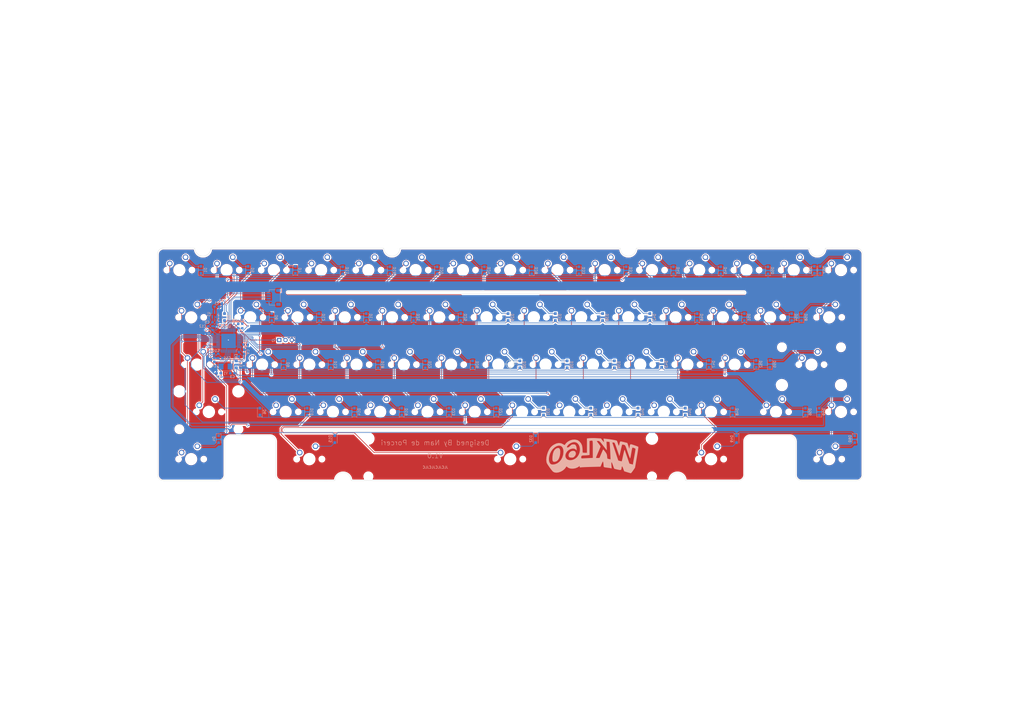
<source format=kicad_pcb>
(kicad_pcb (version 20211014) (generator pcbnew)
  (layers (0 "F.Cu" signal) (31 "B.Cu" signal) (34 "B.Paste" user) (35 "F.Paste" user) (36 "B.SilkS" user "B.Silkscreen") (37 "F.SilkS" user "F.Silkscreen") (38 "B.Mask" user) (39 "F.Mask" user) (44 "Edge.Cuts" user))
  (net 0 "")
  (net 1 "+5V")
  (net 2 "GND")
  (net 3 "XTAL2")
  (net 4 "XTAL1")
  (net 5 "NRST")
  (net 6 "VBAT")
  (net 7 "ROW0")
  (net 8 "Net-(D1-Pad2)")
  (net 9 "ROW1")
  (net 10 "Net-(D2-Pad2)")
  (net 11 "ROW2")
  (net 12 "Net-(D3-Pad2)")
  (net 13 "ROW4")
  (net 14 "Net-(D4-Pad2)")
  (net 15 "Net-(D5-Pad2)")
  (net 16 "ROW3")
  (net 17 "Net-(D6-Pad2)")
  (net 18 "Net-(D7-Pad2)")
  (net 19 "Net-(D8-Pad2)")
  (net 20 "Net-(D9-Pad2)")
  (net 21 "Net-(D10-Pad2)")
  (net 22 "Net-(D11-Pad2)")
  (net 23 "Net-(D12-Pad2)")
  (net 24 "Net-(D13-Pad2)")
  (net 25 "Net-(D14-Pad2)")
  (net 26 "Net-(D15-Pad2)")
  (net 27 "Net-(D16-Pad2)")
  (net 28 "Net-(D17-Pad2)")
  (net 29 "Net-(D18-Pad2)")
  (net 30 "Net-(D19-Pad2)")
  (net 31 "Net-(D20-Pad2)")
  (net 32 "Net-(D21-Pad2)")
  (net 33 "Net-(D22-Pad2)")
  (net 34 "Net-(D23-Pad2)")
  (net 35 "Net-(D24-Pad2)")
  (net 36 "Net-(D25-Pad2)")
  (net 37 "Net-(D26-Pad2)")
  (net 38 "Net-(D27-Pad2)")
  (net 39 "Net-(D28-Pad2)")
  (net 40 "Net-(D29-Pad2)")
  (net 41 "Net-(D30-Pad2)")
  (net 42 "Net-(D31-Pad2)")
  (net 43 "Net-(D32-Pad2)")
  (net 44 "Net-(D33-Pad2)")
  (net 45 "Net-(D34-Pad2)")
  (net 46 "Net-(D35-Pad2)")
  (net 47 "Net-(D36-Pad2)")
  (net 48 "Net-(D37-Pad2)")
  (net 49 "Net-(D38-Pad2)")
  (net 50 "Net-(D39-Pad2)")
  (net 51 "Net-(D40-Pad2)")
  (net 52 "Net-(D41-Pad2)")
  (net 53 "Net-(D42-Pad2)")
  (net 54 "Net-(D43-Pad2)")
  (net 55 "Net-(D44-Pad2)")
  (net 56 "Net-(D45-Pad2)")
  (net 57 "Net-(D46-Pad2)")
  (net 58 "Net-(D47-Pad2)")
  (net 59 "Net-(D48-Pad2)")
  (net 60 "Net-(D49-Pad2)")
  (net 61 "Net-(D50-Pad2)")
  (net 62 "Net-(D51-Pad2)")
  (net 63 "Net-(D52-Pad2)")
  (net 64 "Net-(D53-Pad2)")
  (net 65 "Net-(D54-Pad2)")
  (net 66 "Net-(D55-Pad2)")
  (net 67 "Net-(D56-Pad2)")
  (net 68 "Net-(D57-Pad2)")
  (net 69 "Net-(D58-Pad2)")
  (net 70 "Net-(D59-Pad2)")
  (net 71 "Net-(D60-Pad2)")
  (net 72 "D-")
  (net 73 "D+")
  (net 74 "SWDIO")
  (net 75 "SWCLK")
  (net 76 "COL0")
  (net 77 "COL1")
  (net 78 "COL2")
  (net 79 "COL3")
  (net 80 "COL4")
  (net 81 "COL5")
  (net 82 "COL6")
  (net 83 "COL7")
  (net 84 "COL8")
  (net 85 "COL9")
  (net 86 "COL10")
  (net 87 "COL11")
  (net 88 "COL12")
  (net 89 "COL13")
  (net 90 "COL14")
  (net 91 "BOOT0")
  (footprint "MX_Only:MXOnly-1U-NoLED" (layer "F.Cu") (at 265.1125 110.33125)
    (fp_text reference "MX41")
    (fp_text value "MX-NoLED")
  )
  (footprint "MX_Only:MXOnly-1U-NoLED" (layer "F.Cu") (at 74.6125 110.33125)
    (fp_text reference "MX1")
    (fp_text value "MX-NoLED")
  )
  (footprint "MX_Only:MXOnly-1.5U-NoLED" (layer "F.Cu") (at 79.375 186.53125)
    (fp_text reference "MX4")
    (fp_text value "MX-NoLED")
  )
  (footprint "MX_Only:MXOnly-1U-NoLED" (layer "F.Cu") (at 117.475 167.48125)
    (fp_text reference "MX10")
    (fp_text value "MX-NoLED")
  )
  (footprint "MX_Only:MXOnly-1.5U-NoLED" (layer "F.Cu") (at 127 186.53125)
    (fp_text reference "MX15")
    (fp_text value "MX-NoLED")
  )
  (footprint "MX_Only:MXOnly-1U-NoLED" (layer "F.Cu") (at 188.9125 110.33125)
    (fp_text reference "MX24")
    (fp_text value "MX-NoLED")
  )
  (footprint "MX_Only:MXOnly-1U-NoLED" (layer "F.Cu") (at 303.2125 110.33125)
    (fp_text reference "MX50")
    (fp_text value "MX-NoLED")
  )
  (footprint "MX_Only:MXOnly-1U-NoLED" (layer "F.Cu") (at 222.25 148.43125)
    (fp_text reference "MX35")
    (fp_text value "MX-NoLED")
  )
  (footprint "MX_Only:MXOnly-1U-NoLED" (layer "F.Cu") (at 165.1 148.43125)
    (fp_text reference "MX22")
    (fp_text value "MX-NoLED")
  )
  (footprint "MX_Only:MXOnly-7U-ReversedStabilizers-NoLED" (layer "F.Cu") (at 207.9625 186.53125)
    (fp_text reference "MX32")
    (fp_text value "MX-NoLED")
  )
  (footprint "MX_Only:MXOnly-1U-NoLED" (layer "F.Cu") (at 131.7625 110.33125)
    (fp_text reference "MX11")
    (fp_text value "MX-NoLED")
  )
  (footprint "MX_Only:MXOnly-1U-NoLED" (layer "F.Cu") (at 174.625 167.48125)
    (fp_text reference "MX23")
    (fp_text value "MX-NoLED")
  )
  (footprint "MX_Only:MXOnly-1U-NoLED" (layer "F.Cu") (at 107.95 148.43125)
    (fp_text reference "MX9")
    (fp_text value "MX-NoLED")
  )
  (footprint "MX_Only:MXOnly-1U-NoLED" (layer "F.Cu") (at 112.7125 110.33125)
    (fp_text reference "MX7")
    (fp_text value "MX-NoLED")
  )
  (footprint "MX_Only:MXOnly-1U-NoLED" (layer "F.Cu") (at 203.2 148.43125)
    (fp_text reference "MX30")
    (fp_text value "MX-NoLED")
  )
  (footprint "MX_Only:MXOnly-1U-NoLED" (layer "F.Cu") (at 150.8125 110.33125)
    (fp_text reference "MX16")
    (fp_text value "MX-NoLED")
  )
  (footprint "MX_Only:MXOnly-1U-NoLED" (layer "F.Cu") (at 250.825 167.48125)
    (fp_text reference "MX40")
    (fp_text value "MX-NoLED")
  )
  (footprint "MX_Only:MXOnly-1U-NoLED" (layer "F.Cu") (at 293.6875 129.38125)
    (fp_text reference "MX51")
    (fp_text value "MX-NoLED")
  )
  (footprint "MX_Only:MXOnly-1U-NoLED" (layer "F.Cu") (at 341.3125 110.33125)
    (fp_text reference "MX57")
    (fp_text value "MX-NoLED")
  )
  (footprint "MX_Only:MXOnly-1U-NoLED" (layer "F.Cu") (at 141.2875 129.38125)
    (fp_text reference "MX17")
    (fp_text value "MX-NoLED")
  )
  (footprint "MX_Only:MXOnly-1U-NoLED" (layer "F.Cu") (at 198.4375 129.38125)
    (fp_text reference "MX29")
    (fp_text value "MX-NoLED")
  )
  (footprint "MX_Only:MXOnly-1U-NoLED" (layer "F.Cu") (at 284.1625 110.33125)
    (fp_text reference "MX45")
    (fp_text value "MX-NoLED")
  )
  (footprint "MX_Only:MXOnly-1U-NoLED" (layer "F.Cu") (at 341.3125 167.48125)
    (fp_text reference "MX59")
    (fp_text value "MX-NoLED")
  )
  (footprint "MX_Only:MXOnly-1U-NoLED" (layer "F.Cu") (at 288.925 167.48125)
    (fp_text reference "MX48")
    (fp_text value "MX-NoLED")
  )
  (footprint "MX_Only:MXOnly-1U-NoLED" (layer "F.Cu") (at 298.45 148.43125)
    (fp_text reference "MX52")
    (fp_text value "MX-NoLED")
  )
  (footprint "MX_Only:MXOnly-1U-NoLED" (layer "F.Cu") (at 231.775 167.48125)
    (fp_text reference "MX36")
    (fp_text value "MX-NoLED")
  )
  (footprint "MX_Only:MXOnly-1.5U-NoLED" (layer "F.Cu") (at 288.925 186.53125)
    (fp_text reference "MX49")
    (fp_text value "MX-NoLED")
  )
  (footprint "MX_Only:MXOnly-1.75U-NoLED" (layer "F.Cu") (at 315.11875 167.48125)
    (fp_text reference "MX56")
    (fp_text value "MX-NoLED")
  )
  (footprint "MX_Only:MXOnly-1U-NoLED" (layer "F.Cu") (at 212.725 167.48125)
    (fp_text reference "MX31")
    (fp_text value "MX-NoLED")
  )
  (footprint "MX_Only:MXOnly-1U-NoLED" (layer "F.Cu") (at 127 148.43125)
    (fp_text reference "MX13")
    (fp_text value "MX-NoLED")
  )
  (footprint "MX_Only:MXOnly-1.5U-NoLED" (layer "F.Cu") (at 336.55 186.53125)
    (fp_text reference "MX60")
    (fp_text value "MX-NoLED")
  )
  (footprint "MX_Only:MXOnly-1U-NoLED" (layer "F.Cu") (at 122.2375 129.38125)
    (fp_text reference "MX12")
    (fp_text value "MX-NoLED")
  )
  (footprint "MX_Only:MXOnly-1U-NoLED" (layer "F.Cu") (at 217.4875 129.38125)
    (fp_text reference "MX34")
    (fp_text value "MX-NoLED")
  )
  (footprint "MX_Only:MXOnly-1U-NoLED" (layer "F.Cu") (at 184.15 148.43125)
    (fp_text reference "MX26")
    (fp_text value "MX-NoLED")
  )
  (footprint "MX_Only:MXOnly-1U-NoLED" (layer "F.Cu") (at 322.2625 110.33125)
    (fp_text reference "MX53")
    (fp_text value "MX-NoLED")
  )
  (footprint "MX_Only:MXOnly-1U-NoLED" (layer "F.Cu") (at 155.575 167.48125)
    (fp_text reference "MX19")
    (fp_text value "MX-NoLED")
  )
  (footprint "MX_Only:MXOnly-1U-NoLED" (layer "F.Cu") (at 269.875 167.48125)
    (fp_text reference "MX44")
    (fp_text value "MX-NoLED")
  )
  (footprint "MX_Only:MXOnly-1U-NoLED" (layer "F.Cu") (at 207.9625 110.33125)
    (fp_text reference "MX28")
    (fp_text value "MX-NoLED")
  )
  (footprint "MX_Only:MXOnly-1U-NoLED" (layer "F.Cu") (at 146.05 148.43125)
    (fp_text reference "MX18")
    (fp_text value "MX-NoLED")
  )
  (footprint "MX_Only:MXOnly-1U-NoLED" (layer "F.Cu") (at 227.0125 110.33125)
    (fp_text reference "MX33")
    (fp_text value "MX-NoLED")
  )
  (footprint "MX_Only:MXOnly-1U-NoLED" (layer "F.Cu") (at 103.1875 129.38125)
    (fp_text reference "MX8")
    (fp_text value "MX-NoLED")
  )
  (footprint "MX_Only:MXOnly-1U-NoLED" (layer "F.Cu") (at 312.7375 129.38125)
    (fp_text reference "MX54")
    (fp_text value "MX-NoLED")
  )
  (footprint "MX_Only:MXOnly-1U-NoLED" (layer "F.Cu") (at 241.3 148.43125)
    (fp_text reference "MX39")
    (fp_text value "MX-NoLED")
  )
  (footprint "MX_Only:MXOnly-1.75U-NoLED" (layer "F.Cu") (at 81.75625 148.43125)
    (fp_text reference "MX3")
    (fp_text value "MX-NoLED")
  )
  (footprint "MX_Only:MXOnly-2.25U-ReversedStabilizers-NoLED" (layer "F.Cu") (at 86.51875 167.48125)
    (fp_text reference "MX6")
    (fp_text value "MX-NoLED")
  )
  (footprint "MX_Only:MXOnly-1.5U-NoLED" (layer "F.Cu") (at 79.375 129.38125)
    (fp_text reference "MX2")
    (fp_text value "MX-NoLED")
  )
  (footprint "MX_Only:MXOnly-1U-NoLED" (layer "F.Cu") (at 274.6375 129.38125)
    (fp_text reference "MX46")
    (fp_text value "MX-NoLED")
  )
  (footprint "MX_Only:MXOnly-1U-NoLED" (layer "F.Cu") (at 255.5875 129.38125)
    (fp_text reference "MX42")
    (fp_text value "MX-NoLED")
  )
  (footprint "MX_Only:MXOnly-1U-NoLED" (layer "F.Cu") (at 279.4 148.43125)
    (fp_text reference "MX47")
    (fp_text value "MX-NoLED")
  )
  (footprint "MX_Only:MXOnly-1U-NoLED" (layer "F.Cu") (at 93.6625 110.33125)
    (fp_text reference "MX5")
    (fp_text value "MX-NoLED")
  )
  (footprint "MX_Only:MXOnly-1U-NoLED" (layer "F.Cu") (at 179.3875 129.38125)
    (fp_text reference "MX25")
    (fp_text value "MX-NoLED")
  )
  (footprint "MX_Only:MXOnly-1U-NoLED" (layer "F.Cu") (at 193.675 167.48125)
    (fp_text reference "MX27")
    (fp_text value "MX-NoLED")
  )
  (footprint "MX_Only:MXOnly-1U-NoLED" (layer "F.Cu") (at 260.35 148.43125)
    (fp_text reference "MX43")
    (fp_text value "MX-NoLED")
  )
  (footprint "MX_Only:MXOnly-1U-NoLED" (layer "F.Cu") (at 169.8625 110.33125)
    (fp_text reference "MX20")
    (fp_text value "MX-NoLED")
  )
  (footprint "MX_Only:MXOnly-1.5U-NoLED" (layer "F.Cu") (at 336.55 129.38125)
    (fp_text reference "MX58")
    (fp_text value "MX-NoLED")
  )
  (footprint "MX_Only:MXOnly-1U-NoLED" (layer "F.Cu") (at 136.525 167.48125)
    (fp_text reference "MX14")
    (fp_text value "MX-NoLED")
  )
  (footprint "MX_Only:MXOnly-1U-NoLED" (layer "F.Cu") (at 236.5375 129.38125)
    (fp_text reference "MX38")
    (fp_text value "MX-NoLED")
  )
  (footprint "MX_Only:MXOnly-1U-NoLED" (layer "F.Cu") (at 160.3375 129.38125)
    (fp_text reference "MX21")
    (fp_text value "MX-NoLED")
  )
  (footprint "MX_Only:MXOnly-1U-NoLED" (layer "F.Cu") (at 246.0625 110.33125)
    (fp_text reference "MX37")
    (fp_text value "MX-NoLED")
  )
  (footprint "MX_Only:MXOnly-2.25U-NoLED" (layer "F.Cu") (at 329.40625 148.43125)
    (fp_text reference "MX55")
    (fp_text value "MX-NoLED")
  )
  (footprint "Capacitor_SMD:C_0603_1608Metric_Pad1.08x0.95mm_HandSolder" (layer "B.Cu") (at 89.43 144.10625)
    (fp_text reference "C10")
    (fp_text value "1u")
  )
  (footprint "Diode_SMD:D_SOD-123F" (layer "B.Cu") (at 211.93125 148.43125 90)
    (fp_text reference "D30")
    (fp_text value "D_Small")
  )
  (footprint "Diode_SMD:D_SOD-123F" (layer "B.Cu") (at 278.60625 167.48125 90)
    (fp_text reference "D44")
    (fp_text value "D_Small")
  )
  (footprint "Diode_SMD:D_SOD-123F" (layer "B.Cu") (at 264.31875 129.38125 90)
    (fp_text reference "D42")
    (fp_text value "D_Small")
  )
  (footprint "Crystal:Crystal_SMD_5032-2Pin_5.0x3.2mm" (layer "B.Cu") (at 93.305 149.30625)
    (fp_text reference "Y1")
    (fp_text value "Crystal_Small")
  )
  (footprint "Diode_SMD:D_SOD-123F" (layer "B.Cu") (at 292.89375 110.51875 90)
    (fp_text reference "D45")
    (fp_text value "D_Small")
  )
  (footprint "Diode_SMD:D_SOD-123F" (layer "B.Cu") (at 254.79375 110.51875 90)
    (fp_text reference "D37")
    (fp_text value "D_Small")
  )
  (footprint "Diode_SMD:D_SOD-123F" (layer "B.Cu") (at 299.24375 178.59375 -90)
    (fp_text reference "D49")
    (fp_text value "D_Small")
  )
  (footprint "Diode_SMD:D_SOD-123F" (layer "B.Cu") (at 332.58125 167.48125 90)
    (fp_text reference "D59")
    (fp_text value "D_Small")
  )
  (footprint "Diode_SMD:D_SOD-123F" (layer "B.Cu") (at 154.78125 148.43125 90)
    (fp_text reference "D18")
    (fp_text value "D_Small")
  )
  (footprint "Diode_SMD:D_SOD-123F" (layer "B.Cu") (at 273.84375 110.51875 90)
    (fp_text reference "D41")
    (fp_text value "D_Small")
  )
  (footprint "Diode_SMD:D_SOD-123F" (layer "B.Cu") (at 137.31875 178.59375 -90)
    (fp_text reference "D15")
    (fp_text value "D_Small")
  )
  (footprint "Capacitor_SMD:C_0603_1608Metric_Pad1.08x0.95mm_HandSolder" (layer "B.Cu") (at 96.055 152.03125)
    (fp_text reference "C3")
    (fp_text value "20p")
  )
  (footprint "Diode_SMD:D_SOD-123F" (layer "B.Cu") (at 192.88125 148.43125 90)
    (fp_text reference "D26")
    (fp_text value "D_Small")
  )
  (footprint "Diode_SMD:D_SOD-123F" (layer "B.Cu") (at 216.69375 110.51875 90)
    (fp_text reference "D28")
    (fp_text value "D_Small")
  )
  (footprint "Diode_SMD:D_SOD-123F" (layer "B.Cu") (at 207.16875 129.38125 90)
    (fp_text reference "D29")
    (fp_text value "D_Small")
  )
  (footprint "Capacitor_SMD:C_0603_1608Metric_Pad1.08x0.95mm_HandSolder" (layer "B.Cu") (at 90.505 152.00625 180)
    (fp_text reference "C2")
    (fp_text value "20p")
  )
  (footprint "Diode_SMD:D_SOD-123F" (layer "B.Cu") (at 202.40625 167.48125 90)
    (fp_text reference "D27")
    (fp_text value "D_Small")
  )
  (footprint "Diode_SMD:D_SOD-123F" (layer "B.Cu") (at 226.21875 129.38125 90)
    (fp_text reference "D34")
    (fp_text value "D_Small")
  )
  (footprint "Capacitor_SMD:C_0603_1608Metric_Pad1.08x0.95mm_HandSolder" (layer "B.Cu") (at 98.64 144.38125 90)
    (fp_text reference "C6")
    (fp_text value "100n")
  )
  (footprint "Diode_SMD:D_SOD-123F" (layer "B.Cu") (at 240.50625 167.48125 90)
    (fp_text reference "D36")
    (fp_text value "D_Small")
  )
  (footprint "Diode_SMD:D_SOD-123F" (layer "B.Cu") (at 325.4375 129.3725 90)
    (fp_text reference "D58")
    (fp_text value "D_Small")
  )
  (footprint "Capacitor_SMD:C_0603_1608Metric_Pad1.08x0.95mm_HandSolder" (layer "B.Cu") (at 88.08625 135.4625 90)
    (fp_text reference "C7")
    (fp_text value "100n")
  )
  (footprint "Diode_SMD:D_SOD-123F" (layer "B.Cu") (at 283.36875 129.38125 90)
    (fp_text reference "D46")
    (fp_text value "D_Small")
  )
  (footprint "Diode_SMD:D_SOD-123F" (layer "B.Cu") (at 297.65625 167.48125 90)
    (fp_text reference "D48")
    (fp_text value "D_Small")
  )
  (footprint "Diode_SMD:D_SOD-123F" (layer "B.Cu") (at 259.55625 167.48125 90)
    (fp_text reference "D40")
    (fp_text value "D_Small")
  )
  (footprint "Diode_SMD:D_SOD-123F" (layer "B.Cu") (at 321.46875 129.3825 90)
    (fp_text reference "D54")
    (fp_text value "D_Small")
  )
  (footprint "Diode_SMD:D_SOD-123F" (layer "B.Cu") (at 183.35625 167.48125 90)
    (fp_text reference "D23")
    (fp_text value "D_Small")
  )
  (footprint "Diode_SMD:D_SOD-123F" (layer "B.Cu") (at 90.4875 178.59375 -90)
    (fp_text reference "D4")
    (fp_text value "D_Small")
  )
  (footprint "Diode_SMD:D_SOD-123F" (layer "B.Cu") (at 221.45625 167.48125 90)
    (fp_text reference "D31")
    (fp_text value "D_Small")
  )
  (footprint "Diode_SMD:D_SOD-123F" (layer "B.Cu") (at 245.26875 129.38125 90)
    (fp_text reference "D38")
    (fp_text value "D_Small")
  )
  (footprint "Diode_SMD:D_SOD-123F" (layer "B.Cu") (at 116.68125 148.43125 90)
    (fp_text reference "D9")
    (fp_text value "D_Small")
  )
  (footprint "Diode_SMD:D_SOD-123F" (layer "B.Cu") (at 188.11875 129.38125 90)
    (fp_text reference "D25")
    (fp_text value "D_Small")
  )
  (footprint "Diode_SMD:D_SOD-123F" (layer "B.Cu") (at 92.86875 129.38125 90)
    (fp_text reference "D2")
    (fp_text value "D_Small")
  )
  (footprint "Diode_SMD:D_SOD-123F" (layer "B.Cu") (at 311.94375 110.51875 90)
    (fp_text reference "D50")
    (fp_text value "D_Small")
  )
  (footprint "Diode_SMD:D_SOD-123F" (layer "B.Cu") (at 121.44375 110.33125 90)
    (fp_text reference "D7")
    (fp_text value "D_Small")
  )
  (footprint "Diode_SMD:D_SOD-123F" (layer "B.Cu") (at 150.01875 129.38125 90)
    (fp_text reference "D17")
    (fp_text value "D_Small")
  )
  (footprint "Diode_SMD:D_SOD-123F" (layer "B.Cu") (at 97.63125 148.43125 90)
    (fp_text reference "D3")
    (fp_text value "D_Small")
  )
  (footprint "Diode_SMD:D_SOD-123F" (layer "B.Cu") (at 83.34375 110.33125 90)
    (fp_text reference "D1")
    (fp_text value "D_Small")
  )
  (footprint "Diode_SMD:D_SOD-123F" (layer "B.Cu") (at 332.95125 110.325 90)
    (fp_text reference "D57")
    (fp_text value "D_Small")
  )
  (footprint "Connector_JST:JST_SH_SM04B-SRSS-TB_1x04-1MP_P1.00mm_Horizontal" (layer "B.Cu") (at 112.7125 121.44375 -90)
    (fp_text reference "J1")
    (fp_text value "Conn_01x04")
  )
  (footprint "Diode_SMD:D_SOD-123F" (layer "B.Cu") (at 145.25625 167.48125 90)
    (fp_text reference "D14")
    (fp_text value "D_Small")
  )
  (footprint "Diode_SMD:D_SOD-123F" (layer "B.Cu") (at 197.64375 110.51875 90)
    (fp_text reference "D24")
    (fp_text value "D_Small")
  )
  (footprint "Diode_SMD:D_SOD-123F" (layer "B.Cu") (at 173.83125 148.43125 90)
    (fp_text reference "D22")
    (fp_text value "D_Small")
  )
  (footprint "Diode_SMD:D_SOD-123F" (layer "B.Cu") (at 302.41875 129.38125 90)
    (fp_text reference "D51")
    (fp_text value "D_Small")
  )
  (footprint "Package_QFP:LQFP-48_7x7mm_P0.5mm" (layer "B.Cu") (at 94.45625 138.90625 90)
    (fp_text reference "U2")
    (fp_text value "STM32F103CBTx")
  )
  (footprint "Capacitor_SMD:C_0603_1608Metric_Pad1.08x0.95mm_HandSolder" (layer "B.Cu") (at 87.18 133.08125 180)
    (fp_text reference "C12")
    (fp_text value "10u")
  )
  (footprint "Diode_SMD:D_SOD-123F" (layer "B.Cu") (at 140.49375 110.51875 90)
    (fp_text reference "D11")
    (fp_text value "D_Small")
  )
  (footprint "Diode_SMD:D_SOD-123F" (layer "B.Cu") (at 135.73125 148.43125 90)
    (fp_text reference "D13")
    (fp_text value "D_Small")
  )
  (footprint "Diode_SMD:D_SOD-123F" (layer "B.Cu") (at 312.7375 148.2325 90)
    (fp_text reference "D55")
    (fp_text value "D_Small")
  )
  (footprint "Diode_SMD:D_SOD-123F" (layer "B.Cu") (at 169.06875 129.38125 90)
    (fp_text reference "D21")
    (fp_text value "D_Small")
  )
  (footprint "Package_TO_SOT_SMD:SOT-23" (layer "B.Cu") (at 88.88 128.31875 90)
    (fp_text reference "U1")
    (fp_text value "XC6206P332MR")
  )
  (footprint "Diode_SMD:D_SOD-123F" (layer "B.Cu") (at 102.39375 110.33125 90)
    (fp_text reference "D5")
    (fp_text value "D_Small")
  )
  (footprint "Diode_SMD:D_SOD-123F" (layer "B.Cu") (at 346.86875 178.59375 -90)
    (fp_text reference "D60")
    (fp_text value "D_Small")
  )
  (footprint "Capacitor_SMD:C_0603_1608Metric_Pad1.08x0.95mm_HandSolder" (layer "B.Cu") (at 100.78625 143.4 -90)
    (fp_text reference "C9")
    (fp_text value "100n")
  )
  (footprint "Diode_SMD:D_SOD-123F" (layer "B.Cu") (at 330.64125 110.3325 90)
    (fp_text reference "D53")
    (fp_text value "D_Small")
  )
  (footprint "wkl60:smaller" (layer "B.Cu") (at 241.247458 185.30625 180)
    (fp_text reference "")
    (fp_text value "LOGO" hide)
  )
  (footprint "Diode_SMD:D_SOD-123F" (layer "B.Cu") (at 130.96875 129.38125 90)
    (fp_text reference "D12")
    (fp_text value "D_Small")
  )
  (footprint "Connector_PinHeader_2.54mm:PinHeader_1x03_P2.54mm_Vertical" (layer "B.Cu") (at 114.93 138.6375 -90)
    (fp_text reference "J2")
    (fp_text value "Conn_01x03")
  )
  (footprint "Capacitor_SMD:C_0603_1608Metric_Pad1.08x0.95mm_HandSolder" (layer "B.Cu") (at 88.7425 146.63125 90)
    (fp_text reference "C4")
    (fp_text value "20p")
  )
  (footprint "Diode_SMD:D_SOD-123F" (layer "B.Cu") (at 327.025 167.48125 90)
    (fp_text reference "D56")
    (fp_text value "D_Small")
  )
  (footprint "Diode_SMD:D_SOD-123F" (layer "B.Cu") (at 230.98125 148.43125 90)
    (fp_text reference "D35")
    (fp_text value "D_Small")
  )
  (footprint "Resistor_SMD:R_0603_1608Metric_Pad0.98x0.95mm_HandSolder" (layer "B.Cu") (at 100.055 132.99375 90)
    (fp_text reference "R2")
    (fp_text value "1.5k")
  )
  (footprint "Diode_SMD:D_SOD-123F" (layer "B.Cu") (at 107.15625 167.48125 90)
    (fp_text reference "D6")
    (fp_text value "D_Small")
  )
  (footprint "Diode_SMD:D_SOD-123F" (layer "B.Cu") (at 178.59375 110.51875 90)
    (fp_text reference "D20")
    (fp_text value "D_Small")
  )
  (footprint "Diode_SMD:D_SOD-123F" (layer "B.Cu") (at 126.20625 167.48125 90)
    (fp_text reference "D10")
    (fp_text value "D_Small")
  )
  (footprint "Capacitor_SMD:C_0603_1608Metric_Pad1.08x0.95mm_HandSolder" (layer "B.Cu") (at 91.205 145.90625)
    (fp_text reference "C11")
    (fp_text value "100n")
  )
  (footprint "Diode_SMD:D_SOD-123F" (layer "B.Cu") (at 235.74375 110.51875 90)
    (fp_text reference "D33")
    (fp_text value "D_Small")
  )
  (footprint "Resistor_SMD:R_0603_1608Metric_Pad0.98x0.95mm_HandSolder" (layer "B.Cu") (at 101.3425 140.48125 180)
    (fp_text reference "R1")
    (fp_text value "10k")
  )
  (footprint "Capacitor_SMD:C_0603_1608Metric_Pad1.08x0.95mm_HandSolder" (layer "B.Cu") (at 88.88 131.49375)
    (fp_text reference "C5")
    (fp_text value "1u")
  )
  (footprint "Diode_SMD:D_SOD-123F" (layer "B.Cu") (at 111.91875 129.38125 90)
    (fp_text reference "D8")
    (fp_text value "D_Small")
  )
  (footprint "Diode_SMD:D_SOD-123F" (layer "B.Cu") (at 164.30625 167.48125 90)
    (fp_text reference "D19")
    (fp_text value "D_Small")
  )
  (footprint "Diode_SMD:D_SOD-123F" (layer "B.Cu") (at 307.18125 148.2425 90)
    (fp_text reference "D52")
    (fp_text value "D_Small")
  )
  (footprint "Diode_SMD:D_SOD-123F" (layer "B.Cu") (at 288.13125 148.24375 90)
    (fp_text reference "D47")
    (fp_text value "D_Small")
  )
  (footprint "Diode_SMD:D_SOD-123F" (layer "B.Cu") (at 250.03125 148.43125 90)
    (fp_text reference "D39")
    (fp_text value "D_Small")
  )
  (footprint "Diode_SMD:D_SOD-123F" (layer "B.Cu") (at 159.54375 110.51875 90)
    (fp_text reference "D16")
    (fp_text value "D_Small")
  )
  (footprint "Capacitor_SMD:C_0603_1608Metric_Pad1.08x0.95mm_HandSolder" (layer "B.Cu") (at 89.7425 125.14375)
    (fp_text reference "C1")
    (fp_text value "1u")
  )
  (footprint "Diode_SMD:D_SOD-123F" (layer "B.Cu") (at 218.28125 178.59375 -90)
    (fp_text reference "D32")
    (fp_text value "D_Small")
  )
  (footprint "Capacitor_SMD:C_0603_1608Metric_Pad1.08x0.95mm_HandSolder" (layer "B.Cu") (at 98.43 132.99375 -90)
    (fp_text reference "C8")
    (fp_text value "100n")
  )
  (footprint "Diode_SMD:D_SOD-123F" (layer "B.Cu") (at 269.08125 148.24375 90)
    (fp_text reference "D43")
    (fp_text value "D_Small")
  )
  (gr_arc (start 92.86875 179.3875) (mid 93.566202 177.703702) (end 95.25 177.00625) (layer "Edge.Cuts") (width 0.1))
  (gr_line (start 288.947458 175.38625) (end 117.447458 175.38625) (layer "Edge.Cuts") (width 0.1))
  (gr_line (start 335.047458 101.6) (end 337.597458 101.6) (layer "Edge.Cuts") (width 0.1))
  (gr_line (start 252.347458 101.6) (end 251.647458 101.6) (layer "Edge.Cuts") (width 0.1))
  (gr_line (start 302.41875 192.88125) (end 302.41875 179.3875) (layer "Edge.Cuts") (width 0.1))
  (gr_arc (start 272.147458 195.2625) (mid 275.397458 192.0125) (end 278.647458 195.2625) (layer "Edge.Cuts") (width 0.1))
  (gr_line (start 137.397458 195.2625) (end 133.997458 195.2625) (layer "Edge.Cuts") (width 0.1))
  (gr_line (start 165.847458 101.6) (end 251.647458 101.6) (layer "Edge.Cuts") (width 0.1))
  (gr_line (start 90.4875 195.2625) (end 89.69375 195.2625) (layer "Edge.Cuts") (width 0.1))
  (gr_line (start 118.447458 119.93625) (end 302.207458 119.93625) (layer "Edge.Cuts") (width 0.1))
  (gr_line (start 78.897458 101.6) (end 80.897458 101.6) (layer "Edge.Cuts") (width 0.1))
  (gr_line (start 113.50625 179.3875) (end 113.50625 192.88125) (layer "Edge.Cuts") (width 0.1))
  (gr_arc (start 65.88125 103.98125) (mid 66.578702 102.297452) (end 68.2625 101.6) (layer "Edge.Cuts") (width 0.1))
  (gr_arc (start 325.4375 195.2625) (mid 323.753702 194.565048) (end 323.05625 192.88125) (layer "Edge.Cuts") (width 0.1))
  (gr_line (start 312.197458 101.6) (end 317.997458 101.6) (layer "Edge.Cuts") (width 0.1))
  (gr_line (start 92.86875 192.88125) (end 92.86875 179.3875) (layer "Edge.Cuts") (width 0.1))
  (gr_line (start 337.597458 101.6) (end 347.6625 101.6) (layer "Edge.Cuts") (width 0.1))
  (gr_line (start 260.297458 101.6) (end 312.197458 101.6) (layer "Edge.Cuts") (width 0.1))
  (gr_line (start 281.947458 195.2625) (end 281.997458 195.2625) (layer "Edge.Cuts") (width 0.1))
  (gr_line (start 283.157458 195.2625) (end 300.0375 195.2625) (layer "Edge.Cuts") (width 0.1))
  (gr_line (start 260.297458 101.6) (end 258.847458 101.6) (layer "Edge.Cuts") (width 0.1))
  (gr_line (start 65.88125 192.88125) (end 65.88125 103.98125) (layer "Edge.Cuts") (width 0.1))
  (gr_arc (start 68.2625 195.2625) (mid 66.578702 194.565048) (end 65.88125 192.88125) (layer "Edge.Cuts") (width 0.1))
  (gr_line (start 143.897458 195.2625) (end 272.147458 195.2625) (layer "Edge.Cuts") (width 0.1))
  (gr_line (start 95.25 177.00625) (end 111.125 177.00625) (layer "Edge.Cuts") (width 0.1))
  (gr_arc (start 350.04375 192.88125) (mid 349.346298 194.565048) (end 347.6625 195.2625) (layer "Edge.Cuts") (width 0.1))
  (gr_line (start 133.297458 195.2625) (end 115.8875 195.2625) (layer "Edge.Cuts") (width 0.1))
  (gr_line (start 317.997458 101.6) (end 325.197458 101.6) (layer "Edge.Cuts") (width 0.1))
  (gr_line (start 278.647458 195.2625) (end 281.947458 195.2625) (layer "Edge.Cuts") (width 0.1))
  (gr_arc (start 137.397458 195.2625) (mid 140.647458 192.0125) (end 143.897458 195.2625) (layer "Edge.Cuts") (width 0.1))
  (gr_arc (start 302.207458 118.93625) (mid 302.707458 119.43625) (end 302.207458 119.93625) (layer "Edge.Cuts") (width 0.1))
  (gr_line (start 323.05625 179.3875) (end 323.05625 192.88125) (layer "Edge.Cuts") (width 0.1))
  (gr_arc (start 302.41875 192.88125) (mid 301.721298 194.565048) (end 300.0375 195.2625) (layer "Edge.Cuts") (width 0.1))
  (gr_arc (start 117.447458 175.38625) (mid 116.947458 174.88625) (end 117.447458 174.38625) (layer "Edge.Cuts") (width 0.1))
  (gr_line (start 325.197458 101.6) (end 328.547458 101.6) (layer "Edge.Cuts") (width 0.1))
  (gr_line (start 350.04375 103.98125) (end 350.04375 192.88125) (layer "Edge.Cuts") (width 0.1))
  (gr_arc (start 163.597458 101.6) (mid 160.347458 104.85) (end 157.097458 101.6) (layer "Edge.Cuts") (width 0.1))
  (gr_arc (start 288.947458 174.38625) (mid 289.447458 174.88625) (end 288.947458 175.38625) (layer "Edge.Cuts") (width 0.1))
  (gr_line (start 133.997458 195.2625) (end 133.297458 195.2625) (layer "Edge.Cuts") (width 0.1))
  (gr_arc (start 87.397458 101.6) (mid 84.147458 104.85) (end 80.897458 101.6) (layer "Edge.Cuts") (width 0.1))
  (gr_arc (start 335.047458 101.6) (mid 331.797458 104.85) (end 328.547458 101.6) (layer "Edge.Cuts") (width 0.1))
  (gr_arc (start 92.86875 192.88125) (mid 92.171298 194.565048) (end 90.4875 195.2625) (layer "Edge.Cuts") (width 0.1))
  (gr_line (start 89.69375 195.2625) (end 68.2625 195.2625) (layer "Edge.Cuts") (width 0.1))
  (gr_arc (start 347.6625 101.6) (mid 349.346298 102.297452) (end 350.04375 103.98125) (layer "Edge.Cuts") (width 0.1))
  (gr_line (start 281.997458 195.2625) (end 283.157458 195.2625) (layer "Edge.Cuts") (width 0.1))
  (gr_line (start 78.897458 101.6) (end 68.2625 101.6) (layer "Edge.Cuts") (width 0.1))
  (gr_arc (start 302.41875 179.3875) (mid 303.116202 177.703702) (end 304.8 177.00625) (layer "Edge.Cuts") (width 0.1))
  (gr_line (start 302.207458 118.93625) (end 118.447458 118.93625) (layer "Edge.Cuts") (width 0.1))
  (gr_line (start 325.4375 195.2625) (end 347.6625 195.2625) (layer "Edge.Cuts") (width 0.1))
  (gr_line (start 88.997458 101.6) (end 156.547458 101.6) (layer "Edge.Cuts") (width 0.1))
  (gr_line (start 165.847458 101.6) (end 163.597458 101.6) (layer "Edge.Cuts") (width 0.1))
  (gr_arc (start 111.125 177.00625) (mid 112.808798 177.703702) (end 113.50625 179.3875) (layer "Edge.Cuts") (width 0.1))
  (gr_arc (start 115.8875 195.2625) (mid 114.203702 194.565048) (end 113.50625 192.88125) (layer "Edge.Cuts") (width 0.1))
  (gr_line (start 87.397458 101.6) (end 88.997458 101.6) (layer "Edge.Cuts") (width 0.1))
  (gr_line (start 117.447458 174.38625) (end 288.947458 174.38625) (layer "Edge.Cuts") (width 0.1))
  (gr_line (start 320.675 177.00625) (end 304.8 177.00625) (layer "Edge.Cuts") (width 0.1))
  (gr_line (start 157.097458 101.6) (end 156.547458 101.6) (layer "Edge.Cuts") (width 0.1))
  (gr_arc (start 118.447458 119.93625) (mid 117.947458 119.43625) (end 118.447458 118.93625) (layer "Edge.Cuts") (width 0.1))
  (gr_arc (start 258.847458 101.6) (mid 255.597458 104.85) (end 252.347458 101.6) (layer "Edge.Cuts") (width 0.1))
  (gr_arc (start 320.675 177.00625) (mid 322.358798 177.703702) (end 323.05625 179.3875) (layer "Edge.Cuts") (width 0.1))
  (gr_text "V1.0" (at 177.767458 185.27625) (layer "B.SilkS") (effects (font (size 2 2)) (justify mirror)))
  (gr_text "JLCJLCJLCJLC" (at 177.857458 189.93625) (layer "B.SilkS") (effects (font (size 1 1)) (justify mirror)))
  (gr_text "Designed By Nam de Porceri" (at 177.767458 180.04625) (layer "B.SilkS") (effects (font (size 2 2)) (justify mirror)))
  (target plus (at 207.98 148.23125) (size 5) (width 0.1) (layer "Edge.Cuts"))
  (target plus (at 207.963756 148.370048) (size 5) (width 0.1) (layer "Edge.Cuts"))
  (segment (start 88.88 125.14375) (end 94.08 119.94375) (width 0.25) (layer "B.Cu") (net 1))
  (segment (start 94.08 119.94375) (end 110.7125 119.94375) (width 0.25) (layer "B.Cu") (net 1))
  (segment (start 88.88 127.38125) (end 88.88 125.14375) (width 0.25) (layer "B.Cu") (net 1))
  (segment (start 83.38 134.55625) (end 83.38 133.65625) (width 0.25) (layer "F.Cu") (net 2))
  (segment (start 84.93048 136.13173) (end 84.93048 136.10673) (width 0.25) (layer "F.Cu") (net 2))
  (segment (start 84.93048 136.15673) (end 84.93048 136.13173) (width 0.25) (layer "F.Cu") (net 2))
  (segment (start 84.93048 136.10673) (end 83.38 134.55625) (width 0.25) (layer "F.Cu") (net 2))
  (segment (start 85.105 136.33125) (end 84.93048 136.15673) (width 0.25) (layer "F.Cu") (net 2))
  (segment (start 83.73 133.30625) (end 89.63 133.30625) (width 0.25) (layer "F.Cu") (net 2))
  (segment (start 83.38 133.65625) (end 83.73 133.30625) (width 0.25) (layer "F.Cu") (net 2))
  (via (at 89.63 133.30625) (size 0.8) (drill 0.4) (layers "F.Cu" "B.Cu") (net 2))
  (via (at 85.105 136.33125) (size 0.8) (drill 0.4) (layers "F.Cu" "B.Cu") (net 2))
  (via (at 94.43625 138.6375) (size 0.8) (drill 0.4) (layers "F.Cu" "B.Cu") (net 2))
  (via (at 100.69 149.01125) (size 0.8) (drill 0.4) (layers "F.Cu" "B.Cu") (net 2))
  (segment (start 89.63 133.30625) (end 88.2675 133.30625) (width 0.25) (layer "B.Cu") (net 2))
  (segment (start 88.7425 145.76875) (end 87.731659 145.76875) (width 0.25) (layer "B.Cu") (net 2))
  (segment (start 96.70625 133.705) (end 96.70625 134.74375) (width 0.25) (layer "B.Cu") (net 2))
  (segment (start 85.586729 148.94882) (end 88.644159 152.00625) (width 0.25) (layer "B.Cu") (net 2))
  (segment (start 98.64 145.24375) (end 98.64 145.785386) (width 0.25) (layer "B.Cu") (net 2))
  (segment (start 96.756739 151.870489) (end 96.9175 152.03125) (width 0.25) (layer "B.Cu") (net 2))
  (segment (start 100.52 148.84125) (end 100.69 149.01125) (width 0.25) (layer "B.Cu") (net 2))
  (segment (start 93.73173 143.82952) (end 93.73173 145.574336) (width 0.25) (layer "B.Cu") (net 2))
  (segment (start 88.5675 144.10625) (end 86.705 144.10625) (width 0.25) (layer "B.Cu") (net 2))
  (segment (start 91.14202 146.70577) (end 90.3425 145.90625) (width 0.25) (layer "B.Cu") (net 2))
  (segment (start 85.586729 147.91368) (end 85.586729 148.112979) (width 0.25) (layer "B.Cu") (net 2))
  (segment (start 96.70625 136.3675) (end 96.70625 134.74375) (width 0.25) (layer "B.Cu") (net 2))
  (segment (start 88.2675 133.30625) (end 88.0425 133.08125) (width 0.25) (layer "B.Cu") (net 2))
  (segment (start 93.70625 139.3675) (end 94.43625 138.6375) (width 0.25) (layer "B.Cu") (net 2))
  (segment (start 94.43625 138.6375) (end 92.455 136.65625) (width 0.25) (layer "B.Cu") (net 2))
  (segment (start 92.600296 146.70577) (end 91.14202 146.70577) (width 0.25) (layer "B.Cu") (net 2))
  (segment (start 85.586729 145.224521) (end 85.586729 148.112979) (width 0.25) (layer "B.Cu") (net 2))
  (segment (start 88.4175 136.65625) (end 90.29375 136.65625) (width 0.25) (layer "B.Cu") (net 2))
  (segment (start 99.540717 141.15625) (end 100.78625 142.401783) (width 0.25) (layer "B.Cu") (net 2))
  (segment (start 98.28 132.13125) (end 96.70625 133.705) (width 0.25) (layer "B.Cu") (net 2))
  (segment (start 96.756739 148.956739) (end 96.872228 148.84125) (width 0.25) (layer "B.Cu") (net 2))
  (segment (start 86.705 144.10625) (end 85.586729 145.224521) (width 0.25) (layer "B.Cu") (net 2))
  (segment (start 93.73173 145.574336) (end 92.600296 146.70577) (width 0.25) (layer "B.Cu") (net 2))
  (segment (start 85.11125 136.325) (end 85.105 136.33125) (width 0.25) (layer "B.Cu") (net 2))
  (segment (start 88.08625 136.325) (end 85.11125 136.325) (width 0.25) (layer "B.Cu") (net 2))
  (segment (start 94.43625 138.6375) (end 96.70625 136.3675) (width 0.25) (layer "B.Cu") (net 2))
  (segment (start 92.455 136.65625) (end 90.29375 136.65625) (width 0.25) (layer "B.Cu") (net 2))
  (segment (start 85.586729 148.112979) (end 85.586729 148.94882) (width 0.25) (layer "B.Cu") (net 2))
  (segment (start 98.61875 141.15625) (end 96.955 141.15625) (width 0.25) (layer "B.Cu") (net 2))
  (segment (start 100.78625 142.401783) (end 100.78625 142.5375) (width 0.25) (layer "B.Cu") (net 2))
  (segment (start 88.644159 152.00625) (end 89.6425 152.00625) (width 0.25) (layer "B.Cu") (net 2))
  (segment (start 96.955 141.15625) (end 94.43625 138.6375) (width 0.25) (layer "B.Cu") (net 2))
  (segment (start 88.155 133.08125) (end 89.7425 131.49375) (width 0.25) (layer "B.Cu") (net 2))
  (segment (start 100.69 147.835386) (end 100.69 149.01125) (width 0.25) (layer "B.Cu") (net 2))
  (segment (start 98.61875 141.15625) (end 99.540717 141.15625) (width 0.25) (layer "B.Cu") (net 2))
  (segment (start 96.872228 148.84125) (end 100.52 148.84125) (width 0.25) (layer "B.Cu") (net 2))
  (segment (start 98.64 145.785386) (end 100.69 147.835386) (width 0.25) (layer "B.Cu") (net 2))
  (segment (start 87.731659 145.76875) (end 85.586729 147.91368) (width 0.25) (layer "B.Cu") (net 2))
  (segment (start 96.756739 151.870489) (end 96.756739 148.956739) (width 0.25) (layer "B.Cu") (net 2))
  (segment (start 88.08625 133.15) (end 88.0175 133.08125) (width 0.25) (layer "B.Cu") (net 2))
  (segment (start 93.70625 143.06875) (end 93.70625 139.3675) (width 0.25) (layer "B.Cu") (net 2))
  (segment (start 91.455 149.30625) (end 91.455 151.91875) (width 0.25) (layer "B.Cu") (net 3))
  (segment (start 94.70625 146.118566) (end 91.518566 149.30625) (width 0.25) (layer "B.Cu") (net 3))
  (segment (start 91.518566 149.30625) (end 91.455 149.30625) (width 0.25) (layer "B.Cu") (net 3))
  (segment (start 94.70625 143.06875) (end 94.70625 146.118566) (width 0.25) (layer "B.Cu") (net 3))
  (segment (start 91.455 151.91875) (end 91.3675 152.00625) (width 0.25) (layer "B.Cu") (net 3))
  (segment (start 95.155 149.30625) (end 95.155 151.99375) (width 0.25) (layer "B.Cu") (net 4))
  (segment (start 95.20625 143.06875) (end 95.20625 149.255) (width 0.25) (layer "B.Cu") (net 4))
  (segment (start 95.155 151.99375) (end 95.1925 152.03125) (width 0.25) (layer "B.Cu") (net 4))
  (segment (start 95.20625 149.255) (end 95.155 149.30625) (width 0.25) (layer "B.Cu") (net 4))
  (segment (start 94.20625 143.06875) (end 94.20625 145.981066) (width 0.25) (layer "B.Cu") (net 5))
  (segment (start 94.20625 145.981066) (end 92.693566 147.49375) (width 0.25) (layer "B.Cu") (net 5))
  (segment (start 92.693566 147.49375) (end 88.7425 147.49375) (width 0.25) (layer "B.Cu") (net 5))
  (segment (start 101.012141 136.949109) (end 99.244282 135.18125) (width 0.25) (layer "F.Cu") (net 6))
  (segment (start 100.317693 131.293557) (end 94.742307 131.293557) (width 0.25) (layer "F.Cu") (net 6))
  (segment (start 93.454614 132.58125) (end 91.08 132.58125) (width 0.25) (layer "F.Cu") (net 6))
  (segment (start 101.012141 145.999109) (end 101.012141 136.949109) (width 0.25) (layer "F.Cu") (net 6))
  (segment (start 94.742307 131.293557) (end 93.454614 132.58125) (width 0.25) (layer "F.Cu") (net 6))
  (segment (start 100.48 146.53125) (end 101.012141 145.999109) (width 0.25) (layer "F.Cu") (net 6))
  (segment (start 102.005386 132.98125) (end 100.317693 131.293557) (width 0.25) (layer "F.Cu") (net 6))
  (segment (start 87.38 137.98125) (end 87.38 137.58125) (width 0.25) (layer "F.Cu") (net 6))
  (segment (start 87.38 144.68125) (end 87.38 137.98125) (width 0.25) (layer "F.Cu") (net 6))
  (segment (start 87.28 144.93125) (end 87.28 144.78125) (width 0.25) (layer "F.Cu") (net 6))
  (segment (start 85.38 134.68125) (end 85.63 134.43125) (width 0.25) (layer "F.Cu") (net 6))
  (segment (start 87.56 146.53125) (end 87.28 146.25125) (width 0.25) (layer "F.Cu") (net 6))
  (segment (start 85.38 135.58125) (end 85.38 134.68125) (width 0.25) (layer "F.Cu") (net 6))
  (segment (start 87.28 144.78125) (end 87.38 144.68125) (width 0.25) (layer "F.Cu") (net 6))
  (segment (start 87.28 146.25125) (end 87.28 144.93125) (width 0.25) (layer "F.Cu") (net 6))
  (segment (start 99.244282 135.18125) (end 98.78 135.18125) (width 0.25) (layer "F.Cu") (net 6))
  (segment (start 102.28 132.98125) (end 102.005386 132.98125) (width 0.25) (layer "F.Cu") (net 6))
  (segment (start 87.38 137.58125) (end 85.38 135.58125) (width 0.25) (layer "F.Cu") (net 6))
  (segment (start 100.48 146.53125) (end 87.56 146.53125) (width 0.25) (layer "F.Cu") (net 6))
  (via (at 102.28 132.98125) (size 0.8) (drill 0.4) (layers "F.Cu" "B.Cu") (net 6))
  (via (at 85.63 134.43125) (size 0.8) (drill 0.4) (layers "F.Cu" "B.Cu") (net 6))
  (via (at 100.48 146.53125) (size 0.8) (drill 0.4) (layers "F.Cu" "B.Cu") (net 6))
  (via (at 91.08 132.58125) (size 0.8) (drill 0.4) (layers "F.Cu" "B.Cu") (net 6))
  (via (at 87.28 144.93125) (size 0.8) (drill 0.4) (layers "F.Cu" "B.Cu") (net 6))
  (via (at 98.78 135.18125) (size 0.8) (drill 0.4) (layers "F.Cu" "B.Cu") (net 6))
  (segment (start 89.6425 136.15625) (end 88.08625 134.6) (width 0.25) (layer "B.Cu") (net 6))
  (segment (start 91.08 132.58125) (end 91.08 133.076066) (width 0.25) (layer "B.Cu") (net 6))
  (segment (start 100.08 135.18125) (end 102.28 132.98125) (width 0.25) (layer "B.Cu") (net 6))
  (segment (start 100.78625 146.225) (end 100.48 146.53125) (width 0.25) (layer "B.Cu") (net 6))
  (segment (start 88.0175 131.49375) (end 88.0175 129.34375) (width 0.25) (layer "B.Cu") (net 6))
  (segment (start 97.20625 133.8575) (end 97.2075 133.85625) (width 0.25) (layer "B.Cu") (net 6))
  (segment (start 97.20625 143.06875) (end 98.19 143.06875) (width 0.25) (layer "B.Cu") (net 6))
  (segment (start 98.78 135.18125) (end 100.08 135.18125) (width 0.25) (layer "B.Cu") (net 6))
  (segment (start 87.905 131.49375) (end 86.3175 133.08125) (width 0.25) (layer "B.Cu") (net 6))
  (segment (start 90.2925 144.10625) (end 90.2925 144.13125) (width 0.25) (layer "B.Cu") (net 6))
  (segment (start 98.19 143.06875) (end 98.64 143.51875) (width 0.25) (layer "B.Cu") (net 6))
  (segment (start 86.5675 133.08125) (end 88.08625 134.6) (width 0.25) (layer "B.Cu") (net 6))
  (segment (start 100.055 133.90625) (end 98.33 133.90625) (width 0.25) (layer "B.Cu") (net 6))
  (segment (start 99.405 141.65625) (end 99.405 142.88125) (width 0.25) (layer "B.Cu") (net 6))
  (segment (start 87.9175 134.43125) (end 88.08625 134.6) (width 0.25) (layer "B.Cu") (net 6))
  (segment (start 99.405 142.88125) (end 100.78625 144.2625) (width 0.25) (layer "B.Cu") (net 6))
  (segment (start 100.48 145.35875) (end 100.48 146.53125) (width 0.25) (layer "B.Cu") (net 6))
  (segment (start 85.63 134.43125) (end 87.9175 134.43125) (width 0.25) (layer "B.Cu") (net 6))
  (segment (start 97.20625 134.74375) (end 97.20625 133.8575) (width 0.25) (layer "B.Cu") (net 6))
  (segment (start 90.2925 144.13125) (end 92.0675 145.90625) (width 0.25) (layer "B.Cu") (net 6))
  (segment (start 88.0175 131.49375) (end 87.905 131.49375) (width 0.25) (layer "B.Cu") (net 6))
  (segment (start 88.0175 129.34375) (end 87.93 129.25625) (width 0.25) (layer "B.Cu") (net 6))
  (segment (start 89.556066 134.6) (end 88.08625 134.6) (width 0.25) (layer "B.Cu") (net 6))
  (segment (start 98.28 133.85625) (end 98.28 134.514994) (width 0.25) (layer "B.Cu") (net 6))
  (segment (start 90.2925 144.10625) (end 89.49298 144.90577) (width 0.25) (layer "B.Cu") (net 6))
  (segment (start 92.0675 145.90625) (end 93.20625 144.7675) (width 0.25) (layer "B.Cu") (net 6))
  (segment (start 98.28 134.514994) (end 98.28 134.68125) (width 0.25) (layer "B.Cu") (net 6))
  (segment (start 91.08 133.076066) (end 89.556066 134.6) (width 0.25) (layer "B.Cu") (net 6))
  (segment (start 98.61875 141.65625) (end 99.405 141.65625) (width 0.25) (layer "B.Cu") (net 6))
  (segment (start 100.78625 144.2625) (end 100.78625 146.225) (width 0.25) (layer "B.Cu") (net 6))
  (segment (start 93.20625 144.7675) (end 93.20625 143.06875) (width 0.25) (layer "B.Cu") (net 6))
  (segment (start 90.29375 136.15625) (end 89.6425 136.15625) (width 0.25) (layer "B.Cu") (net 6))
  (segment (start 97.2075 133.85625) (end 98.28 133.85625) (width 0.25) (layer "B.Cu") (net 6))
  (segment (start 98.28 134.68125) (end 98.78 135.18125) (width 0.25) (layer "B.Cu") (net 6))
  (segment (start 98.33 133.90625) (end 98.28 133.85625) (width 0.25) (layer "B.Cu") (net 6))
  (segment (start 86.3175 133.08125) (end 86.5675 133.08125) (width 0.25) (layer "B.Cu") (net 6))
  (segment (start 89.49298 144.90577) (end 87.30548 144.90577) (width 0.25) (layer "B.Cu") (net 6))
  (segment (start 98.64 143.51875) (end 100.48 145.35875) (width 0.25) (layer "B.Cu") (net 6))
  (segment (start 96.711579 119.999671) (end 96.711579 112.699671) (width 0.25) (layer "F.Cu") (net 7))
  (segment (start 90.355489 126.355761) (end 96.711579 119.999671) (width 0.25) (layer "F.Cu") (net 7))
  (segment (start 93.300421 133.371671) (end 90.845807 133.371671) (width 0.25) (layer "F.Cu") (net 7))
  (segment (start 90.355489 132.881353) (end 90.355489 126.355761) (width 0.25) (layer "F.Cu") (net 7))
  (segment (start 90.845807 133.371671) (end 90.355489 132.881353) (width 0.25) (layer "F.Cu") (net 7))
  (via (at 96.711579 112.699671) (size 0.8) (drill 0.4) (layers "F.Cu" "B.Cu") (net 7))
  (via (at 93.300421 133.371671) (size 0.8) (drill 0.4) (layers "F.Cu" "B.Cu") (net 7))
  (segment (start 120.475329 112.699671) (end 121.44375 111.73125) (width 0.25) (layer "B.Cu") (net 7))
  (segment (start 159.54375 111.91875) (end 158.762829 112.699671) (width 0.25) (layer "B.Cu") (net 7))
  (segment (start 196.862829 112.699671) (end 197.64375 111.91875) (width 0.25) (layer "B.Cu") (net 7))
  (segment (start 234.962829 112.699671) (end 235.74375 111.91875) (width 0.25) (layer "B.Cu") (net 7))
  (segment (start 274.624671 112.699671) (end 273.84375 111.91875) (width 0.25) (layer "B.Cu") (net 7))
  (segment (start 216.69375 111.91875) (end 217.474671 112.699671) (width 0.25) (layer "B.Cu") (net 7))
  (segment (start 93.19 133.44125) (end 93.259579 133.371671) (width 0.25) (layer "B.Cu") (net 7))
  (segment (start 160.324671 112.699671) (end 177.812829 112.699671) (width 0.25) (layer "B.Cu") (net 7))
  (segment (start 312.724671 112.699671) (end 329.674079 112.699671) (width 0.25) (layer "B.Cu") (net 7))
  (segment (start 292.89375 111.91875) (end 293.674671 112.699671) (width 0.25) (layer "B.Cu") (net 7))
  (segment (start 121.44375 111.73125) (end 122.412171 112.699671) (width 0.25) (layer "B.Cu") (net 7))
  (segment (start 141.274671 112.699671) (end 140.49375 111.91875) (width 0.25) (layer "B.Cu") (net 7))
  (segment (start 332.94375 111.7325) (end 332.95125 111.725) (width 0.25) (layer "B.Cu") (net 7))
  (segment (start 92.70625 134.74375) (end 92.70625 133.925) (width 0.25) (layer "B.Cu") (net 7))
  (segment (start 293.674671 112.699671) (end 311.162829 112.699671) (width 0.25) (layer "B.Cu") (net 7))
  (segment (start 292.89375 111.91875) (end 292.112829 112.699671) (width 0.25) (layer "B.Cu") (net 7))
  (segment (start 198.424671 112.699671) (end 215.912829 112.699671) (width 0.25) (layer "B.Cu") (net 7))
  (segment (start 103.362171 112.699671) (end 120.475329 112.699671) (width 0.25) (layer "B.Cu") (net 7))
  (segment (start 254.79375 111.91875) (end 254.012829 112.699671) (width 0.25) (layer "B.Cu") (net 7))
  (segment (start 101.425329 112.699671) (end 102.39375 111.73125) (width 0.25) (layer "B.Cu") (net 7))
  (segment (start 197.64375 111.91875) (end 198.424671 112.699671) (width 0.25) (layer "B.Cu") (net 7))
  (segment (start 217.474671 112.699671) (end 234.962829 112.699671) (width 0.25) (layer "B.Cu") (net 7))
  (segment (start 83.34375 111.73125) (end 84.312171 112.699671) (width 0.25) (layer "B.Cu") (net 7))
  (segment (start 254.012829 112.699671) (end 236.524671 112.699671) (width 0.25) (layer "B.Cu") (net 7))
  (segment (start 292.112829 112.699671) (end 274.624671 112.699671) (width 0.25) (layer "B.Cu") (net 7))
  (segment (start 102.39375 111.73125) (end 103.362171 112.699671) (width 0.25) (layer "B.Cu") (net 7))
  (segment (start 330.64125 111.7325) (end 332.94375 111.7325) (width 0.25) (layer "B.Cu") (net 7))
  (segment (start 273.062829 112.699671) (end 273.84375 111.91875) (width 0.25) (layer "B.Cu") (net 7))
  (segment (start 158.762829 112.699671) (end 141.274671 112.699671) (width 0.25) (layer "B.Cu") (net 7))
  (segment (start 178.59375 111.91875) (end 179.374671 112.699671) (width 0.25) (layer "B.Cu") (net 7))
  (segment (start 122.412171 112.699671) (end 139.712829 112.699671) (width 0.25) (layer "B.Cu") (net 7))
  (segment (start 255.574671 112.699671) (end 273.062829 112.699671) (width 0.25) (layer "B.Cu") (net 7))
  (segment (start 139.712829 112.699671) (end 140.49375 111.91875) (width 0.25) (layer "B.Cu") (net 7))
  (segment (start 92.70625 133.925) (end 93.19 133.44125) (width 0.25) (layer "B.Cu") (net 7))
  (segment (start 311.94375 111.91875) (end 312.724671 112.699671) (width 0.25) (layer "B.Cu") (net 7))
  (segment (start 329.674079 112.699671) (end 330.64125 111.7325) (width 0.25) (layer "B.Cu") (net 7))
  (segment (start 84.312171 112.699671) (end 101.425329 112.699671) (width 0.25) (layer "B.Cu") (net 7))
  (segment (start 236.524671 112.699671) (end 235.74375 111.91875) (width 0.25) (layer "B.Cu") (net 7))
  (segment (start 179.374671 112.699671) (end 196.862829 112.699671) (width 0.25) (layer "B.Cu") (net 7))
  (segment (start 159.54375 111.91875) (end 160.324671 112.699671) (width 0.25) (layer "B.Cu") (net 7))
  (segment (start 177.812829 112.699671) (end 178.59375 111.91875) (width 0.25) (layer "B.Cu") (net 7))
  (segment (start 93.259579 133.371671) (end 93.300421 133.371671) (width 0.25) (layer "B.Cu") (net 7))
  (segment (start 215.912829 112.699671) (end 216.69375 111.91875) (width 0.25) (layer "B.Cu") (net 7))
  (segment (start 311.162829 112.699671) (end 311.94375 111.91875) (width 0.25) (layer "B.Cu") (net 7))
  (segment (start 254.79375 111.91875) (end 255.574671 112.699671) (width 0.25) (layer "B.Cu") (net 7))
  (segment (start 80.8325 108.93125) (end 83.34375 108.93125) (width 0.25) (layer "B.Cu") (net 8))
  (segment (start 77.1525 105.25125) (end 80.8325 108.93125) (width 0.25) (layer "B.Cu") (net 8))
  (segment (start 93.89425 130.83125) (end 100.88 130.83125) (width 0.25) (layer "F.Cu") (net 9))
  (segment (start 92.86875 131.85675) (end 93.89425 130.83125) (width 0.25) (layer "F.Cu") (net 9))
  (via (at 100.88 130.83125) (size 0.8) (drill 0.4) (layers "F.Cu" "B.Cu") (net 9))
  (via (at 92.86875 131.85675) (size 0.8) (drill 0.4) (layers "F.Cu" "B.Cu") (net 9))
  (segment (start 225.250329 131.749671) (end 208.137171 131.749671) (width 0.25) (layer "B.Cu") (net 9))
  (segment (start 302.41875 130.78125) (end 301.450329 131.749671) (width 0.25) (layer "B.Cu") (net 9))
  (segment (start 263.350329 131.749671) (end 264.31875 130.78125) (width 0.25) (layer "B.Cu") (net 9))
  (segment (start 150.987171 131.749671) (end 150.01875 130.78125) (width 0.25) (layer "B.Cu") (net 9))
  (segment (start 244.300329 131.749671) (end 227.187171 131.749671) (width 0.25) (layer "B.Cu") (net 9))
  (segment (start 188.11875 130.78125) (end 187.150329 131.749671) (width 0.25) (layer "B.Cu") (net 9))
  (segment (start 92.86875 131.78) (end 92.86875 130.78125) (width 0.25) (layer "B.Cu") (net 9))
  (segment (start 321.46875 130.7825) (end 320.501579 131.749671) (width 0.25) (layer "B.Cu") (net 9))
  (segment (start 170.037171 131.749671) (end 169.06875 130.78125) (width 0.25) (layer "B.Cu") (net 9))
  (segment (start 169.06875 130.78125) (end 168.100329 131.749671) (width 0.25) (layer "B.Cu") (net 9))
  (segment (start 303.387171 131.749671) (end 302.41875 130.78125) (width 0.25) (layer "B.Cu") (net 9))
  (segment (start 92.86875 131.78) (end 92.86875 131.85675) (width 0.25) (layer "B.Cu") (net 9))
  (segment (start 150.01875 130.78125) (end 149.050329 131.749671) (width 0.25) (layer "B.Cu") (net 9))
  (segment (start 102.206467 131.749671) (end 110.950329 131.749671) (width 0.25) (layer "B.Cu") (net 9))
  (segment (start 110.950329 131.749671) (end 111.91875 130.78125) (width 0.25) (layer "B.Cu") (net 9))
  (segment (start 101.238046 130.78125) (end 102.084023 131.627227) (width 0.25) (layer "B.Cu") (net 9))
  (segment (start 325.4275 130.7825) (end 325.4375 130.7725) (width 0.25) (layer "B.Cu") (net 9))
  (segment (start 100.88 130.83125) (end 101.288046 130.83125) (width 0.25) (layer "B.Cu") (net 9))
  (segment (start 246.237171 131.749671) (end 263.350329 131.749671) (width 0.25) (layer "B.Cu") (net 9))
  (segment (start 102.084023 131.627227) (end 102.206467 131.749671) (width 0.25) (layer "B.Cu") (net 9))
  (segment (start 207.16875 130.78125) (end 206.200329 131.749671) (width 0.25) (layer "B.Cu") (net 9))
  (segment (start 284.337171 131.749671) (end 283.36875 130.78125) (width 0.25) (layer "B.Cu") (net 9))
  (segment (start 282.400329 131.749671) (end 265.287171 131.749671) (width 0.25) (layer "B.Cu") (net 9))
  (segment (start 92.86875 132.778744) (end 92.86875 131.78) (width 0.25) (layer "B.Cu") (net 9))
  (segment (start 91.70625 133.941244) (end 92.86875 132.778744) (width 0.25) (layer "B.Cu") (net 9))
  (segment (start 168.100329 131.749671) (end 150.987171 131.749671) (width 0.25) (layer "B.Cu") (net 9))
  (segment (start 187.150329 131.749671) (end 170.037171 131.749671) (width 0.25) (layer "B.Cu") (net 9))
  (segment (start 206.200329 131.749671) (end 189.087171 131.749671) (width 0.25) (layer "B.Cu") (net 9))
  (segment (start 227.187171 131.749671) (end 226.21875 130.78125) (width 0.25) (layer "B.Cu") (net 9))
  (segment (start 265.287171 131.749671) (end 264.31875 130.78125) (width 0.25) (layer "B.Cu") (net 9))
  (segment (start 91.70625 134.74375) (end 91.70625 133.941244) (width 0.25) (layer "B.Cu") (net 9))
  (segment (start 321.46875 130.7825) (end 325.4275 130.7825) (width 0.25) (layer "B.Cu") (net 9))
  (segment (start 131.937171 131.749671) (end 130.96875 130.78125) (width 0.25) (layer "B.Cu") (net 9))
  (segment (start 112.887171 131.749671) (end 111.91875 130.78125) (width 0.25) (layer "B.Cu") (net 9))
  (segment (start 130.000329 131.749671) (end 112.887171 131.749671) (width 0.25) (layer "B.Cu") (net 9))
  (segment (start 208.137171 131.749671) (end 207.16875 130.78125) (width 0.25) (layer "B.Cu") (net 9))
  (segment (start 189.087171 131.749671) (end 188.11875 130.78125) (width 0.25) (layer "B.Cu") (net 9))
  (segment (start 245.26875 130.78125) (end 244.300329 131.749671) (width 0.25) (layer "B.Cu") (net 9))
  (segment (start 130.96875 130.78125) (end 130.000329 131.749671) (width 0.25) (layer "B.Cu") (net 9))
  (segment (start 226.21875 130.78125) (end 225.250329 131.749671) (width 0.25) (layer "B.Cu") (net 9))
  (segment (start 101.288046 130.83125) (end 102.084023 131.627227) (width 0.25) (layer "B.Cu") (net 9))
  (segment (start 320.501579 131.749671) (end 303.387171 131.749671) (width 0.25) (layer "B.Cu") (net 9))
  (segment (start 245.26875 130.78125) (end 246.237171 131.749671) (width 0.25) (layer "B.Cu") (net 9))
  (segment (start 149.050329 131.749671) (end 131.937171 131.749671) (width 0.25) (layer "B.Cu") (net 9))
  (segment (start 283.36875 130.78125) (end 282.400329 131.749671) (width 0.25) (layer "B.Cu") (net 9))
  (segment (start 301.450329 131.749671) (end 284.337171 131.749671) (width 0.25) (layer "B.Cu") (net 9))
  (segment (start 86.78 122.83125) (end 92.82 122.83125) (width 0.25) (layer "F.Cu") (net 10))
  (segment (start 92.82 122.83125) (end 92.86875 122.7825) (width 0.25) (layer "F.Cu") (net 10))
  (via (at 92.86875 122.7825) (size 0.8) (drill 0.4) (layers "F.Cu" "B.Cu") (net 10))
  (via (at 86.78 122.83125) (size 0.8) (drill 0.4) (layers "F.Cu" "B.Cu") (net 10))
  (segment (start 83.43375 122.7825) (end 86.73125 122.7825) (width 0.25) (layer "B.Cu") (net 10))
  (segment (start 83.43375 122.7825) (end 81.915 124.30125) (width 0.25) (layer "B.Cu") (net 10))
  (segment (start 92.86875 127.98125) (end 92.86875 122.7825) (width 0.25) (layer "B.Cu") (net 10))
  (segment (start 86.73125 122.7825) (end 86.78 122.83125) (width 0.25) (layer "B.Cu") (net 10))
  (segment (start 91.555 151.382909) (end 87.278341 147.10625) (width 0.25) (layer "F.Cu") (net 11))
  (segment (start 87.278341 147.10625) (end 87.253341 147.08125) (width 0.25) (layer "F.Cu") (net 11))
  (segment (start 86.93048 140.632719) (end 86.455 140.157239) (width 0.25) (layer "F.Cu") (net 11))
  (segment (start 91.555 153.50625) (end 91.555 151.382909) (width 0.25) (layer "F.Cu") (net 11))
  (segment (start 87.253341 147.08125) (end 86.455 147.08125) (width 0.25) (layer "F.Cu") (net 11))
  (segment (start 86.455 147.08125) (end 86.455 142.28125) (width 0.25) (layer "F.Cu") (net 11))
  (segment (start 86.93048 141.80577) (end 86.93048 140.632719) (width 0.25) (layer "F.Cu") (net 11))
  (segment (start 86.455 142.28125) (end 86.93048 141.80577) (width 0.25) (layer "F.Cu") (net 11))
  (via (at 86.455 140.157239) (size 0.8) (drill 0.4) (layers "F.Cu" "B.Cu") (net 11))
  (via (at 91.555 153.50625) (size 0.8) (drill 0.4) (layers "F.Cu" "B.Cu") (net 11))
  (segment (start 267.925329 150.799671) (end 269.08125 149.64375) (width 0.25) (layer "B.Cu") (net 11))
  (segment (start 172.862829 150.799671) (end 173.83125 149.83125) (width 0.25) (layer "B.Cu") (net 11))
  (segment (start 134.762829 150.799671) (end 135.73125 149.83125) (width 0.25) (layer "B.Cu") (net 11))
  (segment (start 191.912829 150.799671) (end 192.88125 149.83125) (width 0.25) (layer "B.Cu") (net 11))
  (segment (start 289.287171 150.799671) (end 288.13125 149.64375) (width 0.25) (layer "B.Cu") (net 11))
  (segment (start 193.849671 150.799671) (end 210.962829 150.799671) (width 0.25) (layer "B.Cu") (net 11))
  (segment (start 97.63125 149.83125) (end 98.599671 150.799671) (width 0.25) (layer "B.Cu") (net 11))
  (segment (start 86.955989 139.65625) (end 86.455 140.157239) (width 0.25) (layer "B.Cu") (net 11))
  (segment (start 312.7275 149.6425) (end 312.7375 149.6325) (width 0.25) (layer "B.Cu") (net 11))
  (segment (start 250.999671 150.799671) (end 267.925329 150.799671) (width 0.25) (layer "B.Cu") (net 11))
  (segment (start 90.29375 139.65625) (end 86.955989 139.65625) (width 0.25) (layer "B.Cu") (net 11))
  (segment (start 230.012829 150.799671) (end 230.98125 149.83125) (width 0.25) (layer "B.Cu") (net 11))
  (segment (start 307.18125 149.6425) (end 312.7275 149.6425) (width 0.25) (layer "B.Cu") (net 11))
  (segment (start 231.949671 150.799671) (end 249.062829 150.799671) (width 0.25) (layer "B.Cu") (net 11))
  (segment (start 286.975329 150.799671) (end 288.13125 149.64375) (width 0.25) (layer "B.Cu") (net 11))
  (segment (start 174.799671 150.799671) (end 191.912829 150.799671) (width 0.25) (layer "B.Cu") (net 11))
  (segment (start 116.68125 149.83125) (end 117.649671 150.799671) (width 0.25) (layer "B.Cu") (net 11))
  (segment (start 307.18125 149.6425) (end 306.024079 150.799671) (width 0.25) (layer "B.Cu") (net 11))
  (segment (start 250.03125 149.83125) (end 250.999671 150.799671) (width 0.25) (layer "B.Cu") (net 11))
  (segment (start 115.712829 150.799671) (end 116.68125 149.83125) (width 0.25) (layer "B.Cu") (net 11))
  (segment (start 173.83125 149.83125) (end 174.799671 150.799671) (width 0.25) (layer "B.Cu") (net 11))
  (segment (start 270.237171 150.799671) (end 286.975329 150.799671) (width 0.25) (layer "B.Cu") (net 11))
  (segment (start 135.73125 149.83125) (end 136.699671 150.799671) (width 0.25) (layer "B.Cu") (net 11))
  (segment (start 306.024079 150.799671) (end 289.287171 150.799671) (width 0.25) (layer "B.Cu") (net 11))
  (segment (start 136.699671 150.799671) (end 153.812829 150.799671) (width 0.25) (layer "B.Cu") (net 11))
  (segment (start 154.78125 149.83125) (end 155.749671 150.799671) (width 0.25) (layer "B.Cu") (net 11))
  (segment (start 96.774816 153.50625) (end 91.555 153.50625) (width 0.25) (layer "B.Cu") (net 11))
  (segment (start 153.812829 150.799671) (end 154.78125 149.83125) (width 0.25) (layer "B.Cu") (net 11))
  (segment (start 98.599671 150.799671) (end 115.712829 150.799671) (width 0.25) (layer "B.Cu") (net 11))
  (segment (start 269.08125 149.64375) (end 270.237171 150.799671) (width 0.25) (layer "B.Cu") (net 11))
  (segment (start 192.88125 149.83125) (end 193.849671 150.799671) (width 0.25) (layer "B.Cu") (net 11))
  (segment (start 97.63125 149.83125) (end 97.77952 149.97952) (width 0.25) (layer "B.Cu") (net 11))
  (segment (start 230.98125 149.83125) (end 231.949671 150.799671) (width 0.25) (layer "B.Cu") (net 11))
  (segment (start 210.962829 150.799671) (end 211.93125 149.83125) (width 0.25) (layer "B.Cu") (net 11))
  (segment (start 117.649671 150.799671) (end 134.762829 150.799671) (width 0.25) (layer "B.Cu") (net 11))
  (segment (start 212.899671 150.799671) (end 230.012829 150.799671) (width 0.25) (layer "B.Cu") (net 11))
  (segment (start 97.77952 149.97952) (end 97.77952 152.501546) (width 0.25) (layer "B.Cu") (net 11))
  (segment (start 97.77952 152.501546) (end 96.774816 153.50625) (width 0.25) (layer "B.Cu") (net 11))
  (segment (start 249.062829 150.799671) (end 250.03125 149.83125) (width 0.25) (layer "B.Cu") (net 11))
  (segment (start 211.93125 149.83125) (end 212.899671 150.799671) (width 0.25) (layer "B.Cu") (net 11))
  (segment (start 155.749671 150.799671) (end 172.862829 150.799671) (width 0.25) (layer "B.Cu") (net 11))
  (segment (start 99.19875 155.30625) (end 99.19875 147.36875) (width 0.25) (layer "F.Cu") (net 12))
  (via (at 99.19875 147.36875) (size 0.8) (drill 0.4) (layers "F.Cu" "B.Cu") (net 12))
  (via (at 99.19875 155.30625) (size 0.8) (drill 0.4) (layers "F.Cu" "B.Cu") (net 12))
  (segment (start 99.19875 147.36875) (end 97.96875 147.36875) (width 0.25) (layer "B.Cu") (net 12))
  (segment (start 84.29625 143.35125) (end 84.29625 149.92875) (width 0.25) (layer "B.Cu") (net 12))
  (segment (start 89.67375 155.30625) (end 99.19875 155.30625) (width 0.25) (layer "B.Cu") (net 12))
  (segment (start 84.29625 149.92875) (end 89.67375 155.30625) (width 0.25) (layer "B.Cu") (net 12))
  (segment (start 97.96875 147.36875) (end 97.63125 147.03125) (width 0.25) (layer "B.Cu") (net 12))
  (segment (start 85.586729 148.94882) (end 85.586729 144.074521) (width 0.25) (layer "F.Cu") (net 13))
  (segment (start 85.586729 144.074521) (end 86.005 143.65625) (width 0.25) (layer "F.Cu") (net 13))
  (segment (start 93.73 157.092091) (end 85.586729 148.94882) (width 0.25) (layer "F.Cu") (net 13))
  (segment (start 86.005 143.65625) (end 86.005 141.60625) (width 0.25) (layer "F.Cu") (net 13))
  (segment (start 93.73 175.30625) (end 93.73 157.092091) (width 0.25) (layer "F.Cu") (net 13))
  (via (at 86.005 141.60625) (size 0.8) (drill 0.4) (layers "F.Cu" "B.Cu") (net 13))
  (via (at 93.73 175.30625) (size 0.8) (drill 0.4) (layers "F.Cu" "B.Cu") (net 13))
  (segment (start 86.005 141.60625) (end 89.48 141.60625) (width 0.25) (layer "B.Cu") (net 13))
  (segment (start 346.86875 177.19375) (end 345.61875 175.94375) (width 0.25) (layer "B.Cu") (net 13))
  (segment (start 91.316479 176.364771) (end 90.4875 177.19375) (width 0.25) (layer "B.Cu") (net 13))
  (segment (start 218.28125 177.19375) (end 216.995329 175.907829) (width 0.25) (layer "B.Cu") (net 13))
  (segment (start 299.24375 177.19375) (end 297.957829 175.907829) (width 0.25) (layer "B.Cu") (net 13))
  (segment (start 100.365229 176.364771) (end 93.563521 176.364771) (width 0.25) (layer "B.Cu") (net 13))
  (segment (start 138.604671 175.907829) (end 137.31875 177.19375) (width 0.25) (layer "B.Cu") (net 13))
  (segment (start 216.995329 175.907829) (end 138.604671 175.907829) (width 0.25) (layer "B.Cu") (net 13))
  (segment (start 93.563521 176.364771) (end 91.316479 176.364771) (width 0.25) (layer "B.Cu") (net 13))
  (segment (start 100.78625 175.94375) (end 100.365229 176.364771) (width 0.25) (layer "B.Cu") (net 13))
  (segment (start 137.31875 177.19375) (end 137.31875 176.7575) (width 0.25) (layer "B.Cu") (net 13))
  (segment (start 93.73 176.198292) (end 93.73 175.30625) (width 0.25) (layer "B.Cu") (net 13))
  (segment (start 136.505 175.94375) (end 100.78625 175.94375) (width 0.25) (layer "B.Cu") (net 13))
  (segment (start 345.61875 175.94375) (end 300.49375 175.94375) (width 0.25) (layer "B.Cu") (net 13))
  (segment (start 93.563521 176.364771) (end 93.73 176.198292) (width 0.25) (layer "B.Cu") (net 13))
  (segment (start 137.31875 176.7575) (end 136.505 175.94375) (width 0.25) (layer "B.Cu") (net 13))
  (segment (start 219.567171 175.907829) (end 218.28125 177.19375) (width 0.25) (layer "B.Cu") (net 13))
  (segment (start 297.957829 175.907829) (end 219.567171 175.907829) (width 0.25) (layer "B.Cu") (net 13))
  (segment (start 89.48 141.60625) (end 89.505 141.63125) (width 0.25) (layer "B.Cu") (net 13))
  (segment (start 300.49375 175.94375) (end 299.24375 177.19375) (width 0.25) (layer "B.Cu") (net 13))
  (segment (start 81.915 181.45125) (end 89.03 181.45125) (width 0.25) (layer "B.Cu") (net 14))
  (segment (start 89.03 181.45125) (end 90.4875 179.99375) (width 0.25) (layer "B.Cu") (net 14))
  (segment (start 99.8825 108.93125) (end 102.39375 108.93125) (width 0.25) (layer "B.Cu") (net 15))
  (segment (start 96.2025 105.25125) (end 99.8825 108.93125) (width 0.25) (layer "B.Cu") (net 15))
  (segment (start 298.624671 169.849671) (end 326.056579 169.849671) (width 0.25) (layer "B.Cu") (net 16))
  (segment (start 297.65625 168.88125) (end 298.624671 169.849671) (width 0.25) (layer "B.Cu") (net 16))
  (segment (start 326.056579 169.849671) (end 327.025 168.88125) (width 0.25) (layer "B.Cu") (net 16))
  (segment (start 110.748421 169.849671) (end 110.748421 167.924399) (width 0.25) (layer "B.Cu") (net 16))
  (segment (start 79.355 146.242581) (end 84.715842 140.881739) (width 0.25) (layer "B.Cu") (net 16))
  (segment (start 144.287829 169.849671) (end 145.25625 168.88125) (width 0.25) (layer "B.Cu") (net 16))
  (segment (start 202.40625 168.88125) (end 201.437829 169.849671) (width 0.25) (layer "B.Cu") (net 16))
  (segment (start 203.374671 169.849671) (end 220.487829 169.849671) (width 0.25) (layer "B.Cu") (net 16))
  (segment (start 145.25625 168.88125) (end 146.224671 169.849671) (width 0.25) (layer "B.Cu") (net 16))
  (segment (start 202.40625 168.88125) (end 203.374671 169.849671) (width 0.25) (layer "B.Cu") (net 16))
  (segment (start 87.905 141.15673) (end 89.555 141.15673) (width 0.25) (layer "B.Cu") (net 16))
  (segment (start 260.524671 169.849671) (end 277.637829 169.849671) (width 0.25) (layer "B.Cu") (net 16))
  (segment (start 241.474671 169.849671) (end 258.587829 169.849671) (width 0.25) (layer "B.Cu") (net 16))
  (segment (start 125.237829 169.849671) (end 126.20625 168.88125) (width 0.25) (layer "B.Cu") (net 16))
  (segment (start 279.574671 169.849671) (end 296.687829 169.849671) (width 0.25) (layer "B.Cu") (net 16))
  (segment (start 239.537829 169.849671) (end 222.424671 169.849671) (width 0.25) (layer "B.Cu") (net 16))
  (segment (start 165.274671 169.849671) (end 182.387829 169.849671) (width 0.25) (layer "B.Cu") (net 16))
  (segment (start 84.715842 140.881739) (end 87.630009 140.881739) (width 0.25) (layer "B.Cu") (net 16))
  (segment (start 79.355 149.379454) (end 79.355 146.242581) (width 0.25) (layer "B.Cu") (net 16))
  (segment (start 277.637829 169.849671) (end 278.60625 168.88125) (width 0.25) (layer "B.Cu") (net 16))
  (segment (start 163.337829 169.849671) (end 164.30625 168.88125) (width 0.25) (layer "B.Cu") (net 16))
  (segment (start 240.50625 168.88125) (end 241.474671 169.849671) (width 0.25) (layer "B.Cu") (net 16))
  (segment (start 184.324671 169.849671) (end 183.35625 168.88125) (width 0.25) (layer "B.Cu") (net 16))
  (segment (start 127.174671 169.849671) (end 144.287829 169.849671) (width 0.25) (layer "B.Cu") (net 16))
  (segment (start 278.60625 168.88125) (end 279.574671 169.849671) (width 0.25) (layer "B.Cu") (net 16))
  (segment (start 220.487829 169.849671) (end 221.45625 168.88125) (width 0.25) (layer "B.Cu") (net 16))
  (segment (start 126.20625 168.88125) (end 127.174671 169.849671) (width 0.25) (layer "B.Cu") (net 16))
  (segment (start 85.731316 155.75577) (end 79.355 149.379454) (width 0.25) (layer "B.Cu") (net 16))
  (segment (start 110.748421 167.924399) (end 98.579792 155.75577) (width 0.25) (layer "B.Cu") (net 16))
  (segment (start 258.587829 169.849671) (end 259.55625 168.88125) (width 0.25) (layer "B.Cu") (net 16))
  (segment (start 107.15625 168.88125) (end 108.124671 169.849671) (width 0.25) (layer "B.Cu") (net 16))
  (segment (start 146.224671 169.849671) (end 163.337829 169.849671) (width 0.25) (layer "B.Cu") (net 16))
  (segment (start 108.124671 169.849671) (end 110.748421 169.849671) (width 0.25) (layer "B.Cu") (net 16))
  (segment (start 182.387829 169.849671) (end 183.35625 168.88125) (width 0.25) (layer "B.Cu") (net 16))
  (segment (start 296.687829 169.849671) (end 297.65625 168.88125) (width 0.25) (layer "B.Cu") (net 16))
  (segment (start 332.58125 168.88125) (end 327.025 168.88125) (width 0.25) (layer "B.Cu") (net 16))
  (segment (start 222.424671 169.849671) (end 221.45625 168.88125) (width 0.25) (layer "B.Cu") (net 16))
  (segment (start 98.579792 155.75577) (end 85.731316 155.75577) (width 0.25) (layer "B.Cu") (net 16))
  (segment (start 164.30625 168.88125) (end 165.274671 169.849671) (width 0.25) (layer "B.Cu") (net 16))
  (segment (start 110.748421 169.849671) (end 125.237829 169.849671) (width 0.25) (layer "B.Cu") (net 16))
  (segment (start 259.55625 168.88125) (end 260.524671 169.849671) (width 0.25) (layer "B.Cu") (net 16))
  (segment (start 201.437829 169.849671) (end 184.324671 169.849671) (width 0.25) (layer "B.Cu") (net 16))
  (segment (start 240.50625 168.88125) (end 239.537829 169.849671) (width 0.25) (layer "B.Cu") (net 16))
  (segment (start 87.630009 140.881739) (end 87.905 141.15673) (width 0.25) (layer "B.Cu") (net 16))
  (segment (start 92.73875 166.08125) (end 89.05875 162.40125) (width 0.25) (layer "B.Cu") (net 17))
  (segment (start 107.15625 166.08125) (end 92.73875 166.08125) (width 0.25) (layer "B.Cu") (net 17))
  (segment (start 115.2525 105.25125) (end 118.9325 108.93125) (width 0.25) (layer "B.Cu") (net 18))
  (segment (start 118.9325 108.93125) (end 121.44375 108.93125) (width 0.25) (layer "B.Cu") (net 18))
  (segment (start 111.91875 127.98125) (end 109.4075 127.98125) (width 0.25) (layer "B.Cu") (net 19))
  (segment (start 109.4075 127.98125) (end 105.7275 124.30125) (width 0.25) (layer "B.Cu") (net 19))
  (segment (start 114.17 147.03125) (end 110.49 143.35125) (width 0.25) (layer "B.Cu") (net 20))
  (segment (start 116.68125 147.03125) (end 114.17 147.03125) (width 0.25) (layer "B.Cu") (net 20))
  (segment (start 123.695 166.08125) (end 120.015 162.40125) (width 0.25) (layer "B.Cu") (net 21))
  (segment (start 126.20625 166.08125) (end 123.695 166.08125) (width 0.25) (layer "B.Cu") (net 21))
  (segment (start 134.3025 105.25125) (end 138.17 109.11875) (width 0.25) (layer "B.Cu") (net 22))
  (segment (start 138.17 109.11875) (end 140.49375 109.11875) (width 0.25) (layer "B.Cu") (net 22))
  (segment (start 128.4575 127.98125) (end 124.7775 124.30125) (width 0.25) (layer "B.Cu") (net 23))
  (segment (start 130.96875 127.98125) (end 128.4575 127.98125) (width 0.25) (layer "B.Cu") (net 23))
  (segment (start 133.22 147.03125) (end 129.54 143.35125) (width 0.25) (layer "B.Cu") (net 24))
  (segment (start 135.73125 147.03125) (end 133.22 147.03125) (width 0.25) (layer "B.Cu") (net 24))
  (segment (start 142.745 166.08125) (end 139.065 162.40125) (width 0.25) (layer "B.Cu") (net 25))
  (segment (start 145.25625 166.08125) (end 142.745 166.08125) (width 0.25) (layer "B.Cu") (net 25))
  (segment (start 129.54 181.45125) (end 135.86125 181.45125) (width 0.25) (layer "B.Cu") (net 26))
  (segment (start 135.86125 181.45125) (end 137.31875 179.99375) (width 0.25) (layer "B.Cu") (net 26))
  (segment (start 157.22 109.11875) (end 159.54375 109.11875) (width 0.25) (layer "B.Cu") (net 27))
  (segment (start 153.3525 105.25125) (end 157.22 109.11875) (width 0.25) (layer "B.Cu") (net 27))
  (segment (start 150.01875 127.98125) (end 147.5075 127.98125) (width 0.25) (layer "B.Cu") (net 28))
  (segment (start 147.5075 127.98125) (end 143.8275 124.30125) (width 0.25) (layer "B.Cu") (net 28))
  (segment (start 154.78125 147.03125) (end 152.27 147.03125) (width 0.25) (layer "B.Cu") (net 29))
  (segment (start 152.27 147.03125) (end 148.59 143.35125) (width 0.25) (layer "B.Cu") (net 29))
  (segment (start 164.30625 166.08125) (end 161.795 166.08125) (width 0.25) (layer "B.Cu") (net 30))
  (segment (start 161.795 166.08125) (end 158.115 162.40125) (width 0.25) (layer "B.Cu") (net 30))
  (segment (start 172.4025 105.25125) (end 176.27 109.11875) (width 0.25) (layer "B.Cu") (net 31))
  (segment (start 176.27 109.11875) (end 178.59375 109.11875) (width 0.25) (layer "B.Cu") (net 31))
  (segment (start 166.5575 127.98125) (end 162.8775 124.30125) (width 0.25) (layer "B.Cu") (net 32))
  (segment (start 169.06875 127.98125) (end 166.5575 127.98125) (width 0.25) (layer "B.Cu") (net 32))
  (segment (start 171.32 147.03125) (end 167.64 143.35125) (width 0.25) (layer "B.Cu") (net 33))
  (segment (start 173.83125 147.03125) (end 171.32 147.03125) (width 0.25) (layer "B.Cu") (net 33))
  (segment (start 180.845 166.08125) (end 177.165 162.40125) (width 0.25) (layer "B.Cu") (net 34))
  (segment (start 183.35625 166.08125) (end 180.845 166.08125) (width 0.25) (layer "B.Cu") (net 34))
  (segment (start 191.4525 105.25125) (end 195.32 109.11875) (width 0.25) (layer "B.Cu") (net 35))
  (segment (start 195.32 109.11875) (end 197.64375 109.11875) (width 0.25) (layer "B.Cu") (net 35))
  (segment (start 185.6075 127.98125) (end 181.9275 124.30125) (width 0.25) (layer "B.Cu") (net 36))
  (segment (start 188.11875 127.98125) (end 185.6075 127.98125) (width 0.25) (layer "B.Cu") (net 36))
  (segment (start 190.37 147.03125) (end 186.69 143.35125) (width 0.25) (layer "B.Cu") (net 37))
  (segment (start 192.88125 147.03125) (end 190.37 147.03125) (width 0.25) (layer "B.Cu") (net 37))
  (segment (start 199.895 166.08125) (end 196.215 162.40125) (width 0.25) (layer "B.Cu") (net 38))
  (segment (start 202.40625 166.08125) (end 199.895 166.08125) (width 0.25) (layer "B.Cu") (net 38))
  (segment (start 210.5025 105.25125) (end 214.37 109.11875) (width 0.25) (layer "B.Cu") (net 39))
  (segment (start 214.37 109.11875) (end 216.69375 109.11875) (width 0.25) (layer "B.Cu") (net 39))
  (segment (start 204.6575 127.98125) (end 200.9775 124.30125) (width 0.25) (layer "B.Cu") (net 40))
  (segment (start 207.16875 127.98125) (end 204.6575 127.98125) (width 0.25) (layer "B.Cu") (net 40))
  (segment (start 209.42 147.03125) (end 205.74 143.35125) (width 0.25) (layer "B.Cu") (net 41))
  (segment (start 211.93125 147.03125) (end 209.42 147.03125) (width 0.25) (layer "B.Cu") (net 41))
  (segment (start 218.945 166.08125) (end 221.45625 166.08125) (width 0.25) (layer "B.Cu") (net 42))
  (segment (start 215.265 162.40125) (end 218.945 166.08125) (width 0.25) (layer "B.Cu") (net 42))
  (segment (start 210.5025 181.45125) (end 216.82375 181.45125) (width 0.25) (layer "B.Cu") (net 43))
  (segment (start 216.82375 181.45125) (end 218.28125 179.99375) (width 0.25) (layer "B.Cu") (net 43))
  (segment (start 233.42 109.11875) (end 235.74375 109.11875) (width 0.25) (layer "B.Cu") (net 44))
  (segment (start 229.5525 105.25125) (end 233.42 109.11875) (width 0.25) (layer "B.Cu") (net 44))
  (segment (start 223.7075 127.98125) (end 220.0275 124.30125) (width 0.25) (layer "B.Cu") (net 45))
  (segment (start 226.21875 127.98125) (end 223.7075 127.98125) (width 0.25) (layer "B.Cu") (net 45))
  (segment (start 224.79 143.35125) (end 228.47 147.03125) (width 0.25) (layer "B.Cu") (net 46))
  (segment (start 228.47 147.03125) (end 230.98125 147.03125) (width 0.25) (layer "B.Cu") (net 46))
  (segment (start 240.50625 166.08125) (end 237.995 166.08125) (width 0.25) (layer "B.Cu") (net 47))
  (segment (start 237.995 166.08125) (end 234.315 162.40125) (width 0.25) (layer "B.Cu") (net 47))
  (segment (start 248.6025 105.25125) (end 252.47 109.11875) (width 0.25) (layer "B.Cu") (net 48))
  (segment (start 252.47 109.11875) (end 254.79375 109.11875) (width 0.25) (layer "B.Cu") (net 48))
  (segment (start 242.7575 127.98125) (end 239.0775 124.30125) (width 0.25) (layer "B.Cu") (net 49))
  (segment (start 245.26875 127.98125) (end 242.7575 127.98125) (width 0.25) (layer "B.Cu") (net 49))
  (segment (start 250.03125 147.03125) (end 247.52 147.03125) (width 0.25) (layer "B.Cu") (net 50))
  (segment (start 247.52 147.03125) (end 243.84 143.35125) (width 0.25) (layer "B.Cu") (net 50))
  (segment (start 257.045 166.08125) (end 253.365 162.40125) (width 0.25) (layer "B.Cu") (net 51))
  (segment (start 259.55625 166.08125) (end 257.045 166.08125) (width 0.25) (layer "B.Cu") (net 51))
  (segment (start 271.52 109.11875) (end 273.84375 109.11875) (width 0.25) (layer "B.Cu") (net 52))
  (segment (start 267.6525 105.25125) (end 271.52 109.11875) (width 0.25) (layer "B.Cu") (net 52))
  (segment (start 261.8075 127.98125) (end 258.1275 124.30125) (width 0.25) (layer "B.Cu") (net 53))
  (segment (start 264.31875 127.98125) (end 261.8075 127.98125) (width 0.25) (layer "B.Cu") (net 53))
  (segment (start 266.3825 146.84375) (end 269.08125 146.84375) (width 0.25) (layer "B.Cu") (net 54))
  (segment (start 262.89 143.35125) (end 266.3825 146.84375) (width 0.25) (layer "B.Cu") (net 54))
  (segment (start 276.095 166.08125) (end 272.415 162.40125) (width 0.25) (layer "B.Cu") (net 55))
  (segment (start 278.60625 166.08125) (end 276.095 166.08125) (width 0.25) (layer "B.Cu") (net 55))
  (segment (start 290.57 109.11875) (end 292.89375 109.11875) (width 0.25) (layer "B.Cu") (net 56))
  (segment (start 286.7025 105.25125) (end 290.57 109.11875) (width 0.25) (layer "B.Cu") (net 56))
  (segment (start 280.8575 127.98125) (end 277.1775 124.30125) (width 0.25) (layer "B.Cu") (net 57))
  (segment (start 283.36875 127.98125) (end 280.8575 127.98125) (width 0.25) (layer "B.Cu") (net 57))
  (segment (start 281.94 143.35125) (end 285.4325 146.84375) (width 0.25) (layer "B.Cu") (net 58))
  (segment (start 285.4325 146.84375) (end 288.13125 146.84375) (width 0.25) (layer "B.Cu") (net 58))
  (segment (start 291.465 162.40125) (end 295.145 166.08125) (width 0.25) (layer "B.Cu") (net 59))
  (segment (start 295.145 166.08125) (end 297.65625 166.08125) (width 0.25) (layer "B.Cu") (net 59))
  (segment (start 291.465 181.45125) (end 297.78625 181.45125) (width 0.25) (layer "B.Cu") (net 60))
  (segment (start 297.78625 181.45125) (end 299.24375 179.99375) (width 0.25) (layer "B.Cu") (net 60))
  (segment (start 305.7525 105.25125) (end 309.62 109.11875) (width 0.25) (layer "B.Cu") (net 61))
  (segment (start 309.62 109.11875) (end 311.94375 109.11875) (width 0.25) (layer "B.Cu") (net 61))
  (segment (start 302.41875 127.98125) (end 299.9075 127.98125) (width 0.25) (layer "B.Cu") (net 62))
  (segment (start 299.9075 127.98125) (end 296.2275 124.30125) (width 0.25) (layer "B.Cu") (net 62))
  (segment (start 304.48125 146.8425) (end 300.99 143.35125) (width 0.25) (layer "B.Cu") (net 63))
  (segment (start 307.18125 146.8425) (end 304.48125 146.8425) (width 0.25) (layer "B.Cu") (net 63))
  (segment (start 330.64125 108.9325) (end 328.48375 108.9325) (width 0.25) (layer "B.Cu") (net 64))
  (segment (start 328.48375 108.9325) (end 324.8025 105.25125) (width 0.25) (layer "B.Cu") (net 64))
  (segment (start 318.95875 127.9825) (end 315.2775 124.30125) (width 0.25) (layer "B.Cu") (net 65))
  (segment (start 321.46875 127.9825) (end 318.95875 127.9825) (width 0.25) (layer "B.Cu") (net 65))
  (segment (start 318.01625 146.8325) (end 321.4975 143.35125) (width 0.25) (layer "B.Cu") (net 66))
  (segment (start 321.4975 143.35125) (end 331.94625 143.35125) (width 0.25) (layer "B.Cu") (net 66))
  (segment (start 312.7375 146.8325) (end 318.01625 146.8325) (width 0.25) (layer "B.Cu") (net 66))
  (segment (start 327.025 166.08125) (end 321.33875 166.08125) (width 0.25) (layer "B.Cu") (net 67))
  (segment (start 321.33875 166.08125) (end 317.65875 162.40125) (width 0.25) (layer "B.Cu") (net 67))
  (segment (start 332.95125 108.925) (end 336.625 105.25125) (width 0.25) (layer "B.Cu") (net 68))
  (segment (start 336.625 105.25125) (end 343.8525 105.25125) (width 0.25) (layer "B.Cu") (net 68))
  (segment (start 329.10875 124.30125) (end 325.4375 127.9725) (width 0.25) (layer "B.Cu") (net 69))
  (segment (start 339.09 124.30125) (end 329.10875 124.30125) (width 0.25) (layer "B.Cu") (net 69))
  (segment (start 336.26125 162.40125) (end 332.58125 166.08125) (width 0.25) (layer "B.Cu") (net 70))
  (segment (start 343.8525 162.40125) (end 336.26125 162.40125) (width 0.25) (layer "B.Cu") (net 70))
  (segment (start 339.09 181.45125) (end 345.41125 181.45125) (width 0.25) (layer "B.Cu") (net 71))
  (segment (start 345.41125 181.45125) (end 346.86875 179.99375) (width 0.25) (layer "B.Cu") (net 71))
  (segment (start 110.7125 120.94375) (end 109.7175 120.94375) (width 0.2) (layer "B.Cu") (net 72))
  (segment (start 109.7175 120.94375) (end 109.442501 121.218749) (width 0.2) (layer "B.Cu") (net 72))
  (segment (start 95.231249 134.718751) (end 95.231249 122.611801) (width 0.2) (layer "B.Cu") (net 72))
  (segment (start 95.20625 134.74375) (end 95.231249 134.718751) (width 0.2) (layer "B.Cu") (net 72))
  (segment (start 96.624301 121.218749) (end 109.442501 121.218749) (width 0.2) (layer "B.Cu") (net 72))
  (segment (start 95.231249 122.611801) (end 96.624301 121.218749) (width 0.2) (layer "B.Cu") (net 72))
  (segment (start 95.681251 134.718751) (end 95.681251 130.629999) (width 0.2) (layer "B.Cu") (net 73))
  (segment (start 98.579521 130.605771) (end 95.705479 130.605771) (width 0.2) (layer "B.Cu") (net 73))
  (segment (start 95.681251 130.629999) (end 95.681251 122.798199) (width 0.2) (layer "B.Cu") (net 73))
  (segment (start 96.810699 121.668751) (end 109.442499 121.668751) (width 0.2) (layer "B.Cu") (net 73))
  (segment (start 95.70625 134.74375) (end 95.681251 134.718751) (width 0.2) (layer "B.Cu") (net 73))
  (segment (start 110.7125 121.94375) (end 109.717498 121.94375) (width 0.2) (layer "B.Cu") (net 73))
  (segment (start 109.717498 121.94375) (end 109.442499 121.668751) (width 0.2) (layer "B.Cu") (net 73))
  (segment (start 95.681251 122.798199) (end 96.810699 121.668751) (width 0.2) (layer "B.Cu") (net 73))
  (segment (start 100.055 132.08125) (end 98.579521 130.605771) (width 0.2) (layer "B.Cu") (net 73))
  (segment (start 95.705479 130.605771) (end 95.681251 130.629999) (width 0.2) (layer "B.Cu") (net 73))
  (segment (start 96.73 132.03125) (end 103.33 138.63125) (width 0.25) (layer "F.Cu") (net 74))
  (segment (start 103.33 138.63125) (end 105.38 138.63125) (width 0.25) (layer "F.Cu") (net 74))
  (via (at 96.73 132.03125) (size 0.8) (drill 0.4) (layers "F.Cu" "B.Cu") (net 74))
  (via (at 105.38 138.63125) (size 0.8) (drill 0.4) (layers "F.Cu" "B.Cu") (net 74))
  (segment (start 105.38625 138.6375) (end 114.93 138.6375) (width 0.25) (layer "B.Cu") (net 74))
  (segment (start 96.20625 132.555) (end 96.73 132.03125) (width 0.25) (layer "B.Cu") (net 74))
  (segment (start 105.38 138.63125) (end 105.38625 138.6375) (width 0.25) (layer "B.Cu") (net 74))
  (segment (start 96.20625 134.74375) (end 96.20625 132.555) (width 0.25) (layer "B.Cu") (net 74))
  (segment (start 98.61875 136.15625) (end 114.98875 136.15625) (width 0.25) (layer "B.Cu") (net 75))
  (segment (start 114.98875 136.15625) (end 117.47 138.6375) (width 0.25) (layer "B.Cu") (net 75))
  (segment (start 75.565 126.84125) (end 70.8025 122.07875) (width 0.25) (layer "F.Cu") (net 76))
  (segment (start 75.565 183.99125) (end 77.94625 181.61) (width 0.25) (layer "F.Cu") (net 76))
  (segment (start 75.565 138.05625) (end 75.565 139.02625) (width 0.25) (layer "F.Cu") (net 76))
  (segment (start 75.565 139.02625) (end 75.7 139.16125) (width 0.25) (layer "F.Cu") (net 76))
  (segment (start 77.94625 145.89125) (end 75.565 143.51) (width 0.25) (layer "F.Cu") (net 76))
  (segment (start 75.565 138.05625) (end 75.565 126.84125) (width 0.25) (layer "F.Cu") (net 76))
  (segment (start 77.94625 181.61) (end 77.94625 145.89125) (width 0.25) (layer "F.Cu") (net 76))
  (segment (start 70.8025 122.07875) (end 70.8025 107.79125) (width 0.25) (layer "F.Cu") (net 76))
  (segment (start 75.565 143.51) (end 75.565 138.05625) (width 0.25) (layer "F.Cu") (net 76))
  (via (at 75.7 139.16125) (size 0.8) (drill 0.4) (layers "F.Cu" "B.Cu") (net 76))
  (segment (start 90.28875 139.16125) (end 90.29375 139.15625) (width 0.25) (layer "B.Cu") (net 76))
  (segment (start 75.7 139.16125) (end 90.28875 139.16125) (width 0.25) (layer "B.Cu") (net 76))
  (segment (start 89.8525 118.413669) (end 89.8525 107.79125) (width 0.25) (layer "F.Cu") (net 77))
  (segment (start 82.53 125.736169) (end 89.8525 118.413669) (width 0.25) (layer "F.Cu") (net 77))
  (segment (start 82.53 143.634919) (end 82.53 138.28125) (width 0.25) (layer "F.Cu") (net 77))
  (segment (start 82.53 138.28125) (end 82.53 138.43675) (width 0.25) (layer "F.Cu") (net 77))
  (segment (start 82.53 138.28125) (end 82.53 125.736169) (width 0.25) (layer "F.Cu") (net 77))
  (segment (start 82.70875 164.94125) (end 84.124671 163.525329) (width 0.25) (layer "F.Cu") (net 77))
  (segment (start 84.124671 145.22959) (end 82.53 143.634919) (width 0.25) (layer "F.Cu") (net 77))
  (segment (start 84.124671 163.525329) (end 84.124671 145.22959) (width 0.25) (layer "F.Cu") (net 77))
  (via (at 82.53 138.43675) (size 0.8) (drill 0.4) (layers "F.Cu" "B.Cu") (net 77))
  (segment (start 82.77498 138.68173) (end 89.53 138.68173) (width 0.25) (layer "B.Cu") (net 77))
  (segment (start 82.53 138.43675) (end 82.77498 138.68173) (width 0.25) (layer "B.Cu") (net 77))
  (segment (start 107.017979 136.733271) (end 107.017979 143.013271) (width 0.25) (layer "F.Cu") (net 78))
  (segment (start 107.31151 107.79125) (end 99.3775 115.72526) (width 0.25) (layer "F.Cu") (net 78))
  (segment (start 107.017979 128.86368) (end 107.017979 136.733271) (width 0.25) (layer "F.Cu") (net 78))
  (segment (start 104.119521 155.395771) (end 113.665 164.94125) (width 0.25) (layer "F.Cu") (net 78))
  (segment (start 104.119521 145.911729) (end 104.119521 155.395771) (width 0.25) (layer "F.Cu") (net 78))
  (segment (start 99.3775 126.84125) (end 108.04 126.84125) (width 0.25) (layer "F.Cu") (net 78))
  (segment (start 99.3775 115.72526) (end 99.3775 126.84125) (width 0.25) (layer "F.Cu") (net 78))
  (segment (start 104.14 145.89125) (end 104.119521 145.911729) (width 0.25) (layer "F.Cu") (net 78))
  (segment (start 107.017979 136.733271) (end 107.017979 136.88075) (width 0.25) (layer "F.Cu") (net 78))
  (segment (start 108.9025 107.79125) (end 107.31151 107.79125) (width 0.25) (layer "F.Cu") (net 78))
  (segment (start 108.04 127.841659) (end 107.017979 128.86368) (width 0.25) (layer "F.Cu") (net 78))
  (segment (start 108.04 126.84125) (end 108.04 127.841659) (width 0.25) (layer "F.Cu") (net 78))
  (segment (start 107.017979 143.013271) (end 104.14 145.89125) (width 0.25) (layer "F.Cu") (net 78))
  (via (at 107.017979 136.88075) (size 0.8) (drill 0.4) (layers "F.Cu" "B.Cu") (net 78))
  (segment (start 106.793479 136.65625) (end 107.017979 136.88075) (width 0.25) (layer "B.Cu") (net 78))
  (segment (start 98.61875 136.65625) (end 106.793479 136.65625) (width 0.25) (layer "B.Cu") (net 78))
  (segment (start 118.4275 126.84125) (end 111.902458 126.84125) (width 0.25) (layer "F.Cu") (net 79))
  (segment (start 118.565409 107.79125) (end 127.9525 107.79125) (width 0.25) (layer "F.Cu") (net 79))
  (segment (start 123.19 145.89125) (end 123.19 133.683204) (width 0.25) (layer "F.Cu") (net 79))
  (segment (start 108.447458 123.38625) (end 108.447458 117.38625) (width 0.25) (layer "F.Cu") (net 79))
  (segment (start 116.542979 109.850225) (end 116.542979 109.81368) (width 0.25) (layer "F.Cu") (net 79))
  (segment (start 108.447458 117.38625) (end 109.006954 117.38625) (width 0.25) (layer "F.Cu") (net 79))
  (segment (start 122.67853 173.38673) (end 116.396978 173.38673) (width 0.25) (layer "F.Cu") (net 79))
  (segment (start 123.19 133.683204) (end 118.4275 128.920704) (width 0.25) (layer "F.Cu") (net 79))
  (segment (start 132.715 164.94125) (end 131.12401 164.94125) (width 0.25) (layer "F.Cu") (net 79))
  (segment (start 118.4275 128.920704) (end 118.4275 126.84125) (width 0.25) (layer "F.Cu") (net 79))
  (segment (start 116.542979 109.81368) (end 118.565409 107.79125) (width 0.25) (layer "F.Cu") (net 79))
  (segment (start 115.647938 174.13577) (end 115.647938 176.449188) (width 0.25) (layer "F.Cu") (net 79))
  (segment (start 116.396978 173.38673) (end 115.647938 174.13577) (width 0.25) (layer "F.Cu") (net 79))
  (segment (start 115.647938 176.449188) (end 123.19 183.99125) (width 0.25) (layer "F.Cu") (net 79))
  (segment (start 132.715 164.94125) (end 123.19 155.41625) (width 0.25) (layer "F.Cu") (net 79))
  (segment (start 123.19 155.41625) (end 123.19 145.89125) (width 0.25) (layer "F.Cu") (net 79))
  (segment (start 131.12401 164.94125) (end 122.67853 173.38673) (width 0.25) (layer "F.Cu") (net 79))
  (segment (start 109.006954 117.38625) (end 116.542979 109.850225) (width 0.25) (layer "F.Cu") (net 79))
  (segment (start 111.902458 126.84125) (end 108.447458 123.38625) (width 0.25) (layer "F.Cu") (net 79))
  (via (at 123.19 140.52125) (size 0.8) (drill 0.4) (layers "F.Cu" "B.Cu") (net 79))
  (segment (start 98.61875 137.15625) (end 104.025 137.15625) (width 0.25) (layer "B.Cu") (net 79))
  (segment (start 106.245386 140.52125) (end 104.43 138.705864) (width 0.25) (layer "B.Cu") (net 79))
  (segment (start 104.43 137.56125) (end 104.43 138.705864) (width 0.25) (layer "B.Cu") (net 79))
  (segment (start 104.025 137.15625) (end 104.43 137.56125) (width 0.25) (layer "B.Cu") (net 79))
  (segment (start 123.19 140.52125) (end 106.245386 140.52125) (width 0.25) (layer "B.Cu") (net 79))
  (segment (start 136.16507 117.03769) (end 117.1603 117.03769) (width 0.25) (layer "F.Cu") (net 80))
  (segment (start 142.24 155.41625) (end 151.765 164.94125) (width 0.25) (layer "F.Cu") (net 80))
  (segment (start 142.24 145.89125) (end 142.24 155.41625) (width 0.25) (layer "F.Cu") (net 80))
  (segment (start 117.540305 121.88625) (end 132.947458 121.88625) (width 0.25) (layer "F.Cu") (net 80))
  (segment (start 132.947458 121.88625) (end 132.947458 122.311208) (width 0.25) (layer "F.Cu") (net 80))
  (segment (start 117.1603 117.03769) (end 115.997938 118.200052) (width 0.25) (layer "F.Cu") (net 80))
  (segment (start 147.0025 107.79125) (end 145.41151 107.79125) (width 0.25) (layer "F.Cu") (net 80))
  (segment (start 137.4775 141.12875) (end 142.24 145.89125) (width 0.25) (layer "F.Cu") (net 80))
  (segment (start 115.997938 120.343883) (end 117.540305 121.88625) (width 0.25) (layer "F.Cu") (net 80))
  (segment (start 137.4775 126.84125) (end 137.4775 141.12875) (width 0.25) (layer "F.Cu") (net 80))
  (segment (start 132.947458 122.311208) (end 137.4775 126.84125) (width 0.25) (layer "F.Cu") (net 80))
  (segment (start 115.997938 118.200052) (end 115.997938 120.343883) (width 0.25) (layer "F.Cu") (net 80))
  (segment (start 145.41151 107.79125) (end 136.16507 117.03769) (width 0.25) (layer "F.Cu") (net 80))
  (via (at 137.4775 141.12875) (size 0.8) (drill 0.4) (layers "F.Cu" "B.Cu") (net 80))
  (segment (start 129.712581 141.12875) (end 137.4775 141.12875) (width 0.25) (layer "B.Cu") (net 80))
  (segment (start 106.33418 141.245761) (end 127.075489 141.245761) (width 0.25) (layer "B.Cu") (net 80))
  (segment (start 129.710081 141.13125) (end 129.712581 141.12875) (width 0.25) (layer "B.Cu") (net 80))
  (segment (start 127.075489 141.245761) (end 127.19 141.13125) (width 0.25) (layer "B.Cu") (net 80))
  (segment (start 98.61875 137.65625) (end 103.885 137.65625) (width 0.25) (layer "B.Cu") (net 80))
  (segment (start 103.885 137.65625) (end 103.98 137.75125) (width 0.25) (layer "B.Cu") (net 80))
  (segment (start 103.98 138.891581) (end 106.33418 141.245761) (width 0.25) (layer "B.Cu") (net 80))
  (segment (start 127.19 141.13125) (end 129.710081 141.13125) (width 0.25) (layer "B.Cu") (net 80))
  (segment (start 103.98 137.75125) (end 103.98 138.891581) (width 0.25) (layer "B.Cu") (net 80))
  (segment (start 116.447458 120.157685) (end 116.447458 118.38625) (width 0.25) (layer "F.Cu") (net 81))
  (segment (start 165.555409 107.79125) (end 166.0525 107.79125) (width 0.25) (layer "F.Cu") (net 81))
  (segment (start 161.29 145.89125) (end 156.5275 141.12875) (width 0.25) (layer "F.Cu") (net 81))
  (segment (start 156.5275 141.12875) (end 156.5275 126.84125) (width 0.25) (layer "F.Cu") (net 81))
  (segment (start 116.447458 118.38625) (end 117.346498 117.48721) (width 0.25) (layer "F.Cu") (net 81))
  (segment (start 117.625543 121.33577) (end 116.447458 120.157685) (width 0.25) (layer "F.Cu") (net 81))
  (segment (start 117.346498 117.48721) (end 155.859449 117.48721) (width 0.25) (layer "F.Cu") (net 81))
  (segment (start 155.859449 117.48721) (end 165.555409 107.79125) (width 0.25) (layer "F.Cu") (net 81))
  (segment (start 170.815 164.94125) (end 161.29 155.41625) (width 0.25) (layer "F.Cu") (net 81))
  (segment (start 161.29 155.41625) (end 161.29 145.89125) (width 0.25) (layer "F.Cu") (net 81))
  (segment (start 151.02202 121.33577) (end 117.625543 121.33577) (width 0.25) (layer "F.Cu") (net 81))
  (segment (start 156.5275 126.84125) (end 151.02202 121.33577) (width 0.25) (layer "F.Cu") (net 81))
  (via (at 156.5275 141.12875) (size 0.8) (drill 0.4) (layers "F.Cu" "B.Cu") (net 81))
  (segment (start 103.51 139.23577) (end 103.51 138.19125) (width 0.25) (layer "B.Cu") (net 81))
  (segment (start 103.475 138.15625) (end 103.51 138.19125) (width 0.25) (layer "B.Cu") (net 81))
  (segment (start 156.5275 141.12875) (end 155.802989 141.853261) (width 0.25) (layer "B.Cu") (net 81))
  (segment (start 98.61875 138.15625) (end 103.475 138.15625) (width 0.25) (layer "B.Cu") (net 81))
  (segment (start 155.802989 141.853261) (end 106.127491 141.853261) (width 0.25) (layer "B.Cu") (net 81))
  (segment (start 106.127491 141.853261) (end 103.51 139.23577) (width 0.25) (layer "B.Cu") (net 81))
  (segment (start 180.34 155.41625) (end 189.865 164.94125) (width 0.25) (layer "F.Cu") (net 82))
  (segment (start 117.81174 120.88625) (end 165.447458 120.88625) (width 0.25) (layer "F.Cu") (net 82))
  (segment (start 189.865 164.94125) (end 189.865 171.67625) (width 0.25) (layer "F.Cu") (net 82))
  (segment (start 173.36603 117.93673) (end 117.76126 117.93673) (width 0.25) (layer "F.Cu") (net 82))
  (segment (start 175.5775 141.12875) (end 180.34 145.89125) (width 0.25) (layer "F.Cu") (net 82))
  (segment (start 189.865 171.67625) (end 189.82 171.72125) (width 0.25) (layer "F.Cu") (net 82))
  (segment (start 175.5775 126.84125) (end 171.402458 126.84125) (width 0.25) (layer "F.Cu") (net 82))
  (segment (start 116.997938 120.072448) (end 117.81174 120.88625) (width 0.25) (layer "F.Cu") (net 82))
  (segment (start 171.402458 126.84125) (end 165.447458 120.88625) (width 0.25) (layer "F.Cu") (net 82))
  (segment (start 175.5775 126.84125) (end 175.5775 141.12875) (width 0.25) (layer "F.Cu") (net 82))
  (segment (start 117.76126 117.93673) (end 116.997938 118.700053) (width 0.25) (layer "F.Cu") (net 82))
  (segment (start 116.997938 118.700053) (end 116.997938 120.072448) (width 0.25) (layer "F.Cu") (net 82))
  (segment (start 180.34 145.89125) (end 180.34 155.41625) (width 0.25) (layer "F.Cu") (net 82))
  (segment (start 183.51151 107.79125) (end 173.36603 117.93673) (width 0.25) (layer "F.Cu") (net 82))
  (segment (start 185.1025 107.79125) (end 183.51151 107.79125) (width 0.25) (layer "F.Cu") (net 82))
  (via (at 189.82 171.72125) (size 0.8) (drill 0.4) (layers "F.Cu" "B.Cu") (net 82))
  (segment (start 90.27875 138.14125) (end 90.29375 138.15625) (width 0.25) (layer "B.Cu") (net 82))
  (segment (start 189.82 171.72125) (end 83.911659 171.72125) (width 0.25) (layer "B.Cu") (net 82))
  (segment (start 82.910989 137.712239) (end 83.34 138.14125) (width 0.25) (layer "B.Cu") (net 82))
  (segment (start 76.124397 137.712239) (end 82.910989 137.712239) (width 0.25) (layer "B.Cu") (net 82))
  (segment (start 74.975489 148.566739) (end 74.975489 138.861147) (width 0.25) (layer "B.Cu") (net 82))
  (segment (start 83.34 138.14125) (end 90.27875 138.14125) (width 0.25) (layer "B.Cu") (net 82))
  (segment (start 83.911659 171.72125) (end 76.980921 164.790512) (width 0.25) (layer "B.Cu") (net 82))
  (segment (start 74.975489 138.861147) (end 76.124397 137.712239) (width 0.25) (layer "B.Cu") (net 82))
  (segment (start 76.980921 164.790512) (end 76.980921 150.572171) (width 0.25) (layer "B.Cu") (net 82))
  (segment (start 76.980921 150.572171) (end 74.975489 148.566739) (width 0.25) (layer "B.Cu") (net 82))
  (segment (start 117.947458 120.38625) (end 188.1725 120.38625) (width 0.25) (layer "F.Cu") (net 83))
  (segment (start 116.747458 176.03625) (end 145.223046 176.03625) (width 0.25) (layer "F.Cu") (net 83))
  (segment (start 197.447458 117.38625) (end 196.447458 118.38625) (width 0.25) (layer "F.Cu") (net 83))
  (segment (start 199.39 155.41625) (end 199.39 145.89125) (width 0.25) (layer "F.Cu") (net 83))
  (segment (start 194.6275 141.12875) (end 194.6275 126.84125) (width 0.25) (layer "F.Cu") (net 83))
  (segment (start 145.223046 176.03625) (end 153.178046 183.99125) (width 0.25) (layer "F.Cu") (net 83))
  (segment (start 204.547458 173.83625) (end 116.797458 173.83625) (width 0.25) (layer "F.Cu") (net 83))
  (segment (start 197.447458 112.905302) (end 197.447458 117.38625) (width 0.25) (layer "F.Cu") (net 83))
  (segment (start 116.097458 174.53625) (end 116.097458 175.38625) (width 0.25) (layer "F.Cu") (net 83))
  (segment (start 204.1525 107.79125) (end 202.56151 107.79125) (width 0.25) (layer "F.Cu") (net 83))
  (segment (start 117.447458 118.88625) (end 117.447458 119.88625) (width 0.25) (layer "F.Cu") (net 83))
  (segment (start 202.56151 107.79125) (end 197.447458 112.905302) (width 0.25) (layer "F.Cu") (net 83))
  (segment (start 196.447458 118.38625) (end 117.947458 118.38625) (width 0.25) (layer "F.Cu") (net 83))
  (segment (start 208.915 164.94125) (end 208.915 169.468708) (width 0.25) (layer "F.Cu") (net 83))
  (segment (start 116.797458 173.83625) (end 116.097458 174.53625) (width 0.25) (layer "F.Cu") (net 83))
  (segment (start 208.915 169.468708) (end 204.547458 173.83625) (width 0.25) (layer "F.Cu") (net 83))
  (segment (start 117.947458 118.38625) (end 117.447458 118.88625) (width 0.25) (layer "F.Cu") (net 83))
  (segment (start 188.1725 120.38625) (end 194.6275 126.84125) (width 0.25) (layer "F.Cu") (net 83))
  (segment (start 117.447458 119.88625) (end 117.947458 120.38625) (width 0.25) (layer "F.Cu") (net 83))
  (segment (start 153.178046 183.99125) (end 204.1525 183.99125) (width 0.25) (layer "F.Cu") (net 83))
  (segment (start 208.915 164.94125) (end 199.39 155.41625) (width 0.25) (layer "F.Cu") (net 83))
  (segment (start 116.097458 175.38625) (end 116.747458 176.03625) (width 0.25) (layer "F.Cu") (net 83))
  (segment (start 199.39 145.89125) (end 194.6275 141.12875) (width 0.25) (layer "F.Cu") (net 83))
  (via (at 207.222458 171.16125) (size 0.8) (drill 0.4) (layers "F.Cu" "B.Cu") (net 83))
  (segment (start 75.9382 137.262719) (end 72.244079 140.95684) (width 0.25) (layer "B.Cu") (net 83))
  (segment (start 90.00048 137.68173) (end 83.59048 137.68173) (width 0.25) (layer "B.Cu") (net 83))
  (segment (start 72.244079 165.405329) (end 79.00952 172.17077) (width 0.25) (layer "B.Cu") (net 83))
  (segment (start 79.00952 172.17077) (end 189.244906 172.17077) (width 0.25) (layer "B.Cu") (net 83))
  (segment (start 83.59048 137.68173) (end 83.171469 137.262719) (width 0.25) (layer "B.Cu") (net 83))
  (segment (start 205.937947 172.445761) (end 207.222458 171.16125) (width 0.25) (layer "B.Cu") (net 83))
  (segment (start 83.171469 137.262719) (end 75.9382 137.262719) (width 0.25) (layer "B.Cu") (net 83))
  (segment (start 189.244906 172.17077) (end 189.519897 172.445761) (width 0.25) (layer "B.Cu") (net 83))
  (segment (start 189.519897 172.445761) (end 205.937947 172.445761) (width 0.25) (layer "B.Cu") (net 83))
  (segment (start 72.244079 140.95684) (end 72.244079 165.405329) (width 0.25) (layer "B.Cu") (net 83))
  (segment (start 303.047727 118.38625) (end 303.834011 119.172534) (width 0.25) (layer "F.Cu") (net 84))
  (segment (start 303.297458 120.53625) (end 219.9825 120.53625) (width 0.25) (layer "F.Cu") (net 84))
  (segment (start 219.9825 120.53625) (end 213.6775 126.84125) (width 0.25) (layer "F.Cu") (net 84))
  (segment (start 223.2325 160.20875) (end 227.965 164.94125) (width 0.25) (layer "F.Cu") (net 84))
  (segment (start 223.2025 107.79125) (end 223.2025 109.870704) (width 0.25) (layer "F.Cu") (net 84))
  (segment (start 303.834011 119.999697) (end 303.297458 120.53625) (width 0.25) (layer "F.Cu") (net 84))
  (segment (start 223.2025 109.870704) (end 231.718046 118.38625) (width 0.25) (layer "F.Cu") (net 84))
  (segment (start 213.6775 141.12875) (end 218.44 145.89125) (width 0.25) (layer "F.Cu") (net 84))
  (segment (start 231.718046 118.38625) (end 303.047727 118.38625) (width 0.25) (layer "F.Cu") (net 84))
  (segment (start 213.6775 126.84125) (end 213.6775 141.12875) (width 0.25) (layer "F.Cu") (net 84))
  (segment (start 218.44 145.89125) (end 218.44 155.41625) (width 0.25) (layer "F.Cu") (net 84))
  (segment (start 218.44 155.41625) (end 223.2325 160.20875) (width 0.25) (layer "F.Cu") (net 84))
  (segment (start 303.834011 119.172534) (end 303.834011 119.999697) (width 0.25) (layer "F.Cu") (net 84))
  (via (at 223.2325 160.20875) (size 0.8) (drill 0.4) (layers "F.Cu" "B.Cu") (net 84))
  (segment (start 84.74577 149.35702) (end 84.74577 145.08548) (width 0.25) (layer "B.Cu") (net 84))
  (segment (start 97.72 154.73125) (end 90.12 154.73125) (width 0.25) (layer "B.Cu") (net 84))
  (segment (start 107.49 160.21125) (end 101.29 154.01125) (width 0.25) (layer "B.Cu") (net 84))
  (segment (start 223.23 160.21125) (end 107.49 160.21125) (width 0.25) (layer "B.Cu") (net 84))
  (segment (start 84.74577 145.08548) (end 86.7625 143.06875) (width 0.25) (layer "B.Cu") (net 84))
  (segment (start 90.12 154.73125) (end 84.74577 149.35702) (width 0.25) (layer "B.Cu") (net 84))
  (segment (start 98.44 154.01125) (end 97.72 154.73125) (width 0.25) (layer "B.Cu") (net 84))
  (segment (start 223.2325 160.20875) (end 223.23 160.21125) (width 0.25) (layer "B.Cu") (net 84))
  (segment (start 86.7625 143.06875) (end 91.70625 143.06875) (width 0.25) (layer "B.Cu") (net 84))
  (segment (start 101.29 154.01125) (end 98.44 154.01125) (width 0.25) (layer "B.Cu") (net 84))
  (segment (start 97.9 113.424171) (end 97.9 119.936799) (width 0.25) (layer "F.Cu") (net 85))
  (segment (start 232.7275 126.84125) (end 232.7275 141.12875) (width 0.25) (layer "F.Cu") (net 85))
  (segment (start 247.015 164.94125) (end 237.49 155.41625) (width 0.25) (layer "F.Cu") (net 85))
  (segment (start 303.483656 120.98577) (end 304.283531 120.185895) (width 0.25) (layer "F.Cu") (net 85))
  (segment (start 242.2525 113.30375) (end 242.2525 107.79125) (width 0.25) (layer "F.Cu") (net 85))
  (segment (start 97.9 119.936799) (end 93.59325 124.243549) (width 0.25) (layer "F.Cu") (net 85))
  (segment (start 242.2525 116.401772) (end 242.2525 107.79125) (width 0.25) (layer "F.Cu") (net 85))
  (segment (start 304.283531 118.986336) (end 303.233925 117.93673) (width 0.25) (layer "F.Cu") (net 85))
  (segment (start 237.49 155.41625) (end 237.49 145.89125) (width 0.25) (layer "F.Cu") (net 85))
  (segment (start 242.2525 113.30375) (end 242.2525 113.424171) (width 0.25) (layer "F.Cu") (net 85))
  (segment (start 232.7275 141.12875) (end 237.49 145.89125) (width 0.25) (layer "F.Cu") (net 85))
  (segment (start 304.283531 120.185895) (end 304.283531 118.986336) (width 0.25) (layer "F.Cu") (net 85))
  (segment (start 238.58298 120.98577) (end 303.483656 120.98577) (width 0.25) (layer "F.Cu") (net 85))
  (segment (start 232.7275 126.84125) (end 238.58298 120.98577) (width 0.25) (layer "F.Cu") (net 85))
  (segment (start 303.233925 117.93673) (end 243.787458 117.93673) (width 0.25) (layer "F.Cu") (net 85))
  (segment (start 243.787458 117.93673) (end 242.2525 116.401772) (width 0.25) (layer "F.Cu") (net 85))
  (via (at 97.9 113.424171) (size 0.8) (drill 0.4) (layers "F.Cu" "B.Cu") (net 85))
  (via (at 242.2525 113.424171) (size 0.8) (drill 0.4) (layers "F.Cu" "B.Cu") (net 85))
  (via (at 93.59325 124.243549) (size 0.8) (drill 0.4) (layers "F.Cu" "B.Cu") (net 85))
  (segment (start 94.20625 134.74375) (end 94.20625 127.569728) (width 0.25) (layer "B.Cu") (net 85))
  (segment (start 94.20625 127.569728) (end 93.59325 126.956728) (width 0.25) (layer "B.Cu") (net 85))
  (segment (start 242.2525 113.424171) (end 97.897079 113.424171) (width 0.25) (layer "B.Cu") (net 85))
  (segment (start 97.897079 113.424171) (end 97.9 113.424171) (width 0.25) (layer "B.Cu") (net 85))
  (segment (start 93.59325 126.956728) (end 93.59325 124.243549) (width 0.25) (layer "B.Cu") (net 85))
  (segment (start 259.71151 107.79125) (end 253.215755 114.287005) (width 0.25) (layer "F.Cu") (net 86))
  (segment (start 256.54 155.41625) (end 266.065 164.94125) (width 0.25) (layer "F.Cu") (net 86))
  (segment (start 94.14 121.29125) (end 94.14 114.31125) (width 0.25) (layer "F.Cu") (net 86))
  (segment (start 257.18346 121.43529) (end 303.669853 121.43529) (width 0.25) (layer "F.Cu") (net 86))
  (segment (start 94.14 114.31125) (end 94.18 114.27125) (width 0.25) (layer "F.Cu") (net 86))
  (segment (start 261.3025 107.79125) (end 259.71151 107.79125) (width 0.25) (layer "F.Cu") (net 86))
  (segment (start 268.919006 117.48721) (end 261.3025 109.870704) (width 0.25) (layer "F.Cu") (net 86))
  (segment (start 256.54 145.89125) (end 256.54 155.41625) (width 0.25) (layer "F.Cu") (net 86))
  (segment (start 304.733051 120.372092) (end 304.733051 118.800139) (width 0.25) (layer "F.Cu") (net 86))
  (segment (start 251.7775 141.12875) (end 256.54 145.89125) (width 0.25) (layer "F.Cu") (net 86))
  (segment (start 261.3025 109.870704) (end 261.3025 107.79125) (width 0.25) (layer "F.Cu") (net 86))
  (segment (start 304.733051 118.800139) (end 303.420122 117.48721) (width 0.25) (layer "F.Cu") (net 86))
  (segment (start 303.669853 121.43529) (end 304.733051 120.372092) (width 0.25) (layer "F.Cu") (net 86))
  (segment (start 251.7775 126.84125) (end 251.7775 141.12875) (width 0.25) (layer "F.Cu") (net 86))
  (segment (start 303.420122 117.48721) (end 268.919006 117.48721) (width 0.25) (layer "F.Cu") (net 86))
  (segment (start 251.7775 126.84125) (end 257.18346 121.43529) (width 0.25) (layer "F.Cu") (net 86))
  (via (at 94.18 114.27125) (size 0.8) (drill 0.4) (layers "F.Cu" "B.Cu") (net 86))
  (via (at 94.14 121.29125) (size 0.8) (drill 0.4) (layers "F.Cu" "B.Cu") (net 86))
  (via (at 253.215755 114.287005) (size 0.8) (drill 0.4) (layers "F.Cu" "B.Cu") (net 86))
  (segment (start 94.18 114.27125) (end 253.2 114.27125) (width 0.25) (layer "B.Cu") (net 86))
  (segment (start 94.70625 134.74375) (end 94.70625 121.8575) (width 0.25) (layer "B.Cu") (net 86))
  (segment (start 94.70625 121.8575) (end 94.14 121.29125) (width 0.25) (layer "B.Cu") (net 86))
  (segment (start 253.2 114.27125) (end 253.215755 114.287005) (width 0.25) (layer "B.Cu") (net 86))
  (segment (start 275.59 155.41625) (end 275.59 145.89125) (width 0.25) (layer "F.Cu") (net 87))
  (segment (start 290.777458 173.87625) (end 285.115 168.213792) (width 0.25) (layer "F.Cu") (net 87))
  (segment (start 285.115 183.99125) (end 285.115 180.808708) (width 0.25) (layer "F.Cu") (net 87))
  (segment (start 305.182571 118.613942) (end 303.606319 117.03769) (width 0.25) (layer "F.Cu") (net 87))
  (segment (start 281.887458 117.03769) (end 277.832979 112.983211) (width 0.25) (layer "F.Cu") (net 87))
  (segment (start 270.8275 141.12875) (end 275.59 145.89125) (width 0.25) (layer "F.Cu") (net 87))
  (segment (start 102.493863 138.88075) (end 101.620479 139.754134) (width 0.25) (layer "F.Cu") (net 87))
  (segment (start 101.620479 151.19465) (end 101.95 151.524171) (width 0.25) (layer "F.Cu") (net 87))
  (segment (start 279.855409 107.79125) (end 280.3525 107.79125) (width 0.25) (layer "F.Cu") (net 87))
  (segment (start 277.832979 112.983211) (end 277.832979 109.81368) (width 0.25) (layer "F.Cu") (net 87))
  (segment (start 270.8275 126.84125) (end 270.8275 141.12875) (width 0.25) (layer "F.Cu") (net 87))
  (segment (start 270.8275 126.84125) (end 275.78394 121.88481) (width 0.25) (layer "F.Cu") (net 87))
  (segment (start 277.832979 109.81368) (end 279.855409 107.79125) (width 0.25) (layer "F.Cu") (net 87))
  (segment (start 275.78394 121.88481) (end 303.856051 121.88481) (width 0.25) (layer "F.Cu") (net 87))
  (segment (start 101.620479 139.754134) (end 101.620479 151.19465) (width 0.25) (layer "F.Cu") (net 87))
  (segment (start 303.606319 117.03769) (end 281.887458 117.03769) (width 0.25) (layer "F.Cu") (net 87))
  (segment (start 303.856051 121.88481) (end 305.182571 120.558289) (width 0.25) (layer "F.Cu") (net 87))
  (segment (start 305.182571 120.558289) (end 305.182571 118.613942) (width 0.25) (layer "F.Cu") (net 87))
  (segment (start 290.777458 175.14625) (end 290.777458 173.87625) (width 0.25) (layer "F.Cu") (net 87))
  (segment (start 285.115 180.808708) (end 290.777458 175.14625) (width 0.25) (layer "F.Cu") (net 87))
  (segment (start 285.115 164.94125) (end 275.59 155.41625) (width 0.25) (layer "F.Cu") (net 87))
  (segment (start 285.115 168.213792) (end 285.115 164.94125) (width 0.25) (layer "F.Cu") (net 87))
  (via (at 101.95 151.524171) (size 0.8) (drill 0.4) (layers "F.Cu" "B.Cu") (net 87))
  (via (at 102.493863 138.88075) (size 0.8) (drill 0.4) (layers "F.Cu" "B.Cu") (net 87))
  (via (at 275.59 151.524171) (size 0.8) (drill 0.4) (layers "F.Cu" "B.Cu") (net 87))
  (segment (start 102.269363 138.65625) (end 102.493863 138.88075) (width 0.25) (layer "B.Cu") (net 87))
  (segment (start 98.61875 138.65625) (end 102.269363 138.65625) (width 0.25) (layer "B.Cu") (net 87))
  (segment (start 101.95 151.524171) (end 275.59 151.524171) (width 0.25) (layer "B.Cu") (net 87))
  (segment (start 299.4025 107.79125) (end 299.4025 112.198154) (width 0.25) (layer "F.Cu") (net 88))
  (segment (start 299.4025 112.198154) (end 305.632091 118.427745) (width 0.25) (layer "F.Cu") (net 88))
  (segment (start 299.712458 126.84125) (end 289.8775 126.84125) (width 0.25) (layer "F.Cu") (net 88))
  (segment (start 289.8775 126.84125) (end 289.8775 141.12875) (width 0.25) (layer "F.Cu") (net 88))
  (segment (start 305.632091 118.427745) (end 305.632091 120.921617) (width 0.25) (layer "F.Cu") (net 88))
  (segment (start 107.34 144.09125) (end 111.72 148.47125) (width 0.25) (layer "F.Cu") (net 88))
  (segment (start 111.72 148.47125) (end 111.72 152.38125) (width 0.25) (layer "F.Cu") (net 88))
  (segment (start 294.66 152.44125) (end 294.64 152.42125) (width 0.25) (layer "F.Cu") (net 88))
  (segment (start 305.632091 120.921617) (end 299.712458 126.84125) (width 0.25) (layer "F.Cu") (net 88))
  (segment (start 294.64 152.42125) (end 294.64 145.89125) (width 0.25) (layer "F.Cu") (net 88))
  (segment (start 289.8775 141.12875) (end 294.64 145.89125) (width 0.25) (layer "F.Cu") (net 88))
  (via (at 107.34 144.09125) (size 0.8) (drill 0.4) (layers "F.Cu" "B.Cu") (net 88))
  (via (at 111.72 152.38125) (size 0.8) (drill 0.4) (layers "F.Cu" "B.Cu") (net 88))
  (via (at 294.66 152.44125) (size 0.8) (drill 0.4) (layers "F.Cu" "B.Cu") (net 88))
  (segment (start 107.34 144.090368) (end 107.34 144.09125) (width 0.25) (layer "B.Cu") (net 88))
  (segment (start 102.270229 139.68173) (end 102.931362 139.68173) (width 0.25) (layer "B.Cu") (net 88))
  (segment (start 101.744749 139.15625) (end 102.270229 139.68173) (width 0.25) (layer "B.Cu") (net 88))
  (segment (start 111.72 152.38125) (end 294.6 152.38125) (width 0.25) (layer "B.Cu") (net 88))
  (segment (start 102.931362 139.68173) (end 103.520441 140.270809) (width 0.25) (layer "B.Cu") (net 88))
  (segment (start 98.61875 139.15625) (end 101.744749 139.15625) (width 0.25) (layer "B.Cu") (net 88))
  (segment (start 103.520441 140.270809) (end 107.34 144.090368) (width 0.25) (layer "B.Cu") (net 88))
  (segment (start 294.6 152.38125) (end 294.66 152.44125) (width 0.25) (layer "B.Cu") (net 88))
  (segment (start 312.89974 164.94125) (end 312.89974 157.72526) (width 0.25) (layer "F.Cu") (net 89))
  (segment (start 308.9275 129.2225) (end 308.9275 126.84125) (width 0.25) (layer "F.Cu") (net 89))
  (segment (start 96.288112 147.521713) (end 96.288112 150.748675) (width 0.25) (layer "F.Cu") (net 89))
  (segment (start 324.73375 145.89125) (end 325.59625 145.89125) (width 0.25) (layer "F.Cu") (net 89))
  (segment (start 311.30875 164.94125) (end 312.89974 164.94125) (width 0.25) (layer "F.Cu") (net 89))
  (segment (start 96.288112 150.748675) (end 98.40559 152.866153) (width 0.25) (layer "F.Cu") (net 89))
  (segment (start 325.59625 145.89125) (end 308.9275 129.2225) (width 0.25) (layer "F.Cu") (net 89))
  (segment (start 318.4525 117.31625) (end 318.4525 107.79125) (width 0.25) (layer "F.Cu") (net 89))
  (segment (start 312.89974 157.72526) (end 324.73375 145.89125) (width 0.25) (layer "F.Cu") (net 89))
  (segment (start 308.9275 126.84125) (end 318.4525 117.31625) (width 0.25) (layer "F.Cu") (net 89))
  (via (at 96.288112 147.521713) (size 0.8) (drill 0.4) (layers "F.Cu" "B.Cu") (net 89))
  (via (at 98.40559 152.866153) (size 0.8) (drill 0.4) (layers "F.Cu" "B.Cu") (net 89))
  (segment (start 96.70625 143.06875) (end 96.70625 147.103575) (width 0.25) (layer "B.Cu") (net 89))
  (segment (start 299.86875 153.50125) (end 311.30875 164.94125) (width 0.25) (layer "B.Cu") (net 89))
  (segment (start 96.70625 147.103575) (end 96.288112 147.521713) (width 0.25) (layer "B.Cu") (net 89))
  (segment (start 111.35 153.50125) (end 299.86875 153.50125) (width 0.25) (layer "B.Cu") (net 89))
  (segment (start 98.40559 152.866153) (end 110.714903 152.866153) (width 0.25) (layer "B.Cu") (net 89))
  (segment (start 110.714903 152.866153) (end 111.35 153.50125) (width 0.25) (layer "B.Cu") (net 89))
  (segment (start 337.482021 107.811729) (end 337.482021 122.099229) (width 0.25) (layer "F.Cu") (net 90))
  (segment (start 337.5025 107.79125) (end 337.482021 107.811729) (width 0.25) (layer "F.Cu") (net 90))
  (segment (start 337.482021 122.099229) (end 332.74 126.84125) (width 0.25) (layer "F.Cu") (net 90))
  (segment (start 337.5025 164.94125) (end 337.5025 179.22875) (width 0.25) (layer "F.Cu") (net 90))
  (segment (start 332.74 126.84125) (end 332.74 141.99125) (width 0.25) (layer "F.Cu") (net 90))
  (segment (start 332.74 141.99125) (end 337.5025 146.75375) (width 0.25) (layer "F.Cu") (net 90))
  (segment (start 337.5025 146.75375) (end 337.5025 164.94125) (width 0.25) (layer "F.Cu") (net 90))
  (segment (start 102.18 173.01125) (end 101.736479 172.567729) (width 0.25) (layer "F.Cu") (net 90))
  (segment (start 337.5025 179.22875) (end 332.74 183.99125) (width 0.25) (layer "F.Cu") (net 90))
  (segment (start 95.873521 172.567729) (end 94.98 173.46125) (width 0.25) (layer "F.Cu") (net 90))
  (segment (start 101.736479 172.567729) (end 95.873521 172.567729) (width 0.25) (layer "F.Cu") (net 90))
  (via (at 94.98 173.46125) (size 0.8) (drill 0.4) (layers "F.Cu" "B.Cu") (net 90))
  (via (at 102.18 173.01125) (size 0.8) (drill 0.4) (layers "F.Cu" "B.Cu") (net 90))
  (segment (start 75.738051 136.813199) (end 83.357667 136.813199) (width 0.25) (layer "B.Cu") (net 90))
  (segment (start 83.357667 136.813199) (end 83.731488 137.18702) (width 0.25) (layer "B.Cu") (net 90))
  (segment (start 79.66 173.46125) (end 71.79 165.59125) (width 0.25) (layer "B.Cu") (net 90))
  (segment (start 83.731488 137.18702) (end 88.556546 137.18702) (width 0.25) (layer "B.Cu") (net 90))
  (segment (start 94.98 173.46125) (end 79.66 173.46125) (width 0.25) (layer "B.Cu") (net 90))
  (segment (start 71.79 140.76125) (end 75.738051 136.813199) (width 0.25) (layer "B.Cu") (net 90))
  (segment (start 334.29 166.56276) (end 334.29 173.02125) (width 0.25) (layer "B.Cu") (net 90))
  (segment (start 88.587316 137.15625) (end 90.29375 137.15625) (width 0.25) (layer "B.Cu") (net 90))
  (segment (start 334.29 173.02125) (end 102.19 173.02125) (width 0.25) (layer "B.Cu") (net 90))
  (segment (start 88.556546 137.18702) (end 88.587316 137.15625) (width 0.25) (layer "B.Cu") (net 90))
  (segment (start 335.91151 164.94125) (end 334.29 166.56276) (width 0.25) (layer "B.Cu") (net 90))
  (segment (start 71.79 165.59125) (end 71.79 140.76125) (width 0.25) (layer "B.Cu") (net 90))
  (segment (start 102.19 173.02125) (end 102.18 173.01125) (width 0.25) (layer "B.Cu") (net 90))
  (segment (start 337.5025 164.94125) (end 335.91151 164.94125) (width 0.25) (layer "B.Cu") (net 90))
  (segment (start 99.605 139.65625) (end 100.43 140.48125) (width 0.25) (layer "B.Cu") (net 91))
  (segment (start 98.61875 139.65625) (end 99.605 139.65625) (width 0.25) (layer "B.Cu") (net 91))
  (zone (net 2) (net_name "GND") (layer "F.Cu") (connect_pads (clearance 0.508)) (min_thickness 0.254) (fill yes (thermal_gap 0.508) (thermal_bridge_width 0.508))
    (polygon (pts (xy 415.13125 291.30625) (xy 7.9375 287.3375) (xy 2.38125 1.5875) (xy 412.75 5.55625)))
  )
  (zone (net 2) (net_name "GND") (layer "B.Cu") (connect_pads (clearance 0.508)) (min_thickness 0.254) (fill yes (thermal_gap 0.508) (thermal_bridge_width 0.508))
    (polygon (pts (xy 410.36875 287.3375) (xy 11.1125 284.1625) (xy 7.9375 7.9375) (xy 405.60625 11.90625)))
  )
)
</source>
